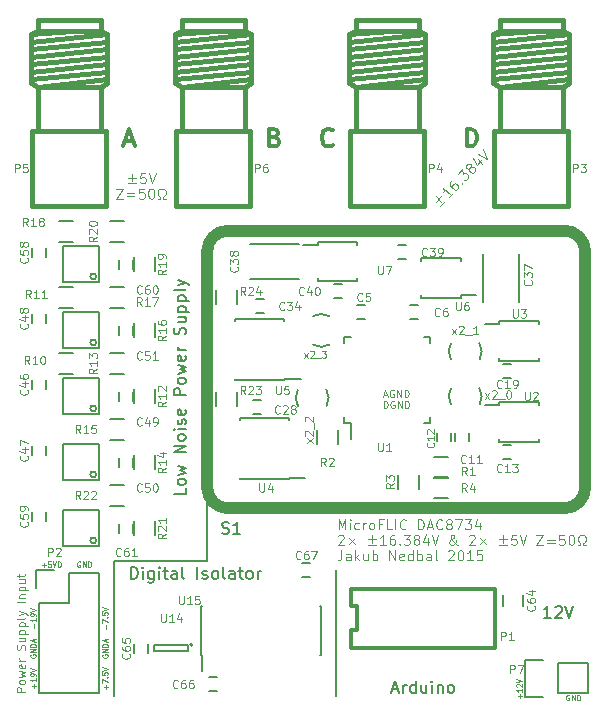
<source format=gto>
G04 #@! TF.FileFunction,Legend,Top*
%FSLAX46Y46*%
G04 Gerber Fmt 4.6, Leading zero omitted, Abs format (unit mm)*
G04 Created by KiCad (PCBNEW 4.0.0-2.201512091501+6195~38~ubuntu14.04.1-stable) date Wed 16 Dec 2015 17:24:57 GMT*
%MOMM*%
G01*
G04 APERTURE LIST*
%ADD10C,0.100000*%
%ADD11C,0.110000*%
%ADD12C,0.150000*%
%ADD13C,0.300000*%
%ADD14C,0.200000*%
%ADD15C,0.125000*%
%ADD16C,1.000000*%
%ADD17C,0.381000*%
%ADD18C,0.152400*%
G04 APERTURE END LIST*
D10*
X147485143Y-149254000D02*
X147442286Y-149232571D01*
X147378000Y-149232571D01*
X147313715Y-149254000D01*
X147270857Y-149296857D01*
X147249429Y-149339714D01*
X147228000Y-149425429D01*
X147228000Y-149489714D01*
X147249429Y-149575429D01*
X147270857Y-149618286D01*
X147313715Y-149661143D01*
X147378000Y-149682571D01*
X147420857Y-149682571D01*
X147485143Y-149661143D01*
X147506572Y-149639714D01*
X147506572Y-149489714D01*
X147420857Y-149489714D01*
X147699429Y-149682571D02*
X147699429Y-149232571D01*
X147956572Y-149682571D01*
X147956572Y-149232571D01*
X148170858Y-149682571D02*
X148170858Y-149232571D01*
X148278001Y-149232571D01*
X148342286Y-149254000D01*
X148385144Y-149296857D01*
X148406572Y-149339714D01*
X148428001Y-149425429D01*
X148428001Y-149489714D01*
X148406572Y-149575429D01*
X148385144Y-149618286D01*
X148342286Y-149661143D01*
X148278001Y-149682571D01*
X148170858Y-149682571D01*
X143288143Y-149509856D02*
X143288143Y-149166999D01*
X143459571Y-149338428D02*
X143116714Y-149338428D01*
X143459571Y-148716999D02*
X143459571Y-148974142D01*
X143459571Y-148845570D02*
X143009571Y-148845570D01*
X143073857Y-148888427D01*
X143116714Y-148931285D01*
X143138143Y-148974142D01*
X143052429Y-148545571D02*
X143031000Y-148524142D01*
X143009571Y-148481285D01*
X143009571Y-148374142D01*
X143031000Y-148331285D01*
X143052429Y-148309856D01*
X143095286Y-148288428D01*
X143138143Y-148288428D01*
X143202429Y-148309856D01*
X143459571Y-148566999D01*
X143459571Y-148288428D01*
X143009571Y-148159857D02*
X143459571Y-148009857D01*
X143009571Y-147859857D01*
X108236143Y-148727999D02*
X108236143Y-148385142D01*
X108407571Y-148556571D02*
X108064714Y-148556571D01*
X107957571Y-148213713D02*
X107957571Y-147913713D01*
X108407571Y-148106570D01*
X108364714Y-147742285D02*
X108386143Y-147720857D01*
X108407571Y-147742285D01*
X108386143Y-147763714D01*
X108364714Y-147742285D01*
X108407571Y-147742285D01*
X107957571Y-147313713D02*
X107957571Y-147527999D01*
X108171857Y-147549428D01*
X108150429Y-147527999D01*
X108129000Y-147485142D01*
X108129000Y-147377999D01*
X108150429Y-147335142D01*
X108171857Y-147313713D01*
X108214714Y-147292285D01*
X108321857Y-147292285D01*
X108364714Y-147313713D01*
X108386143Y-147335142D01*
X108407571Y-147377999D01*
X108407571Y-147485142D01*
X108386143Y-147527999D01*
X108364714Y-147549428D01*
X107957571Y-147163714D02*
X108407571Y-147013714D01*
X107957571Y-146863714D01*
X107979000Y-145823714D02*
X107957571Y-145866571D01*
X107957571Y-145930857D01*
X107979000Y-145995142D01*
X108021857Y-146038000D01*
X108064714Y-146059428D01*
X108150429Y-146080857D01*
X108214714Y-146080857D01*
X108300429Y-146059428D01*
X108343286Y-146038000D01*
X108386143Y-145995142D01*
X108407571Y-145930857D01*
X108407571Y-145888000D01*
X108386143Y-145823714D01*
X108364714Y-145802285D01*
X108214714Y-145802285D01*
X108214714Y-145888000D01*
X108407571Y-145609428D02*
X107957571Y-145609428D01*
X108407571Y-145352285D01*
X107957571Y-145352285D01*
X108407571Y-145137999D02*
X107957571Y-145137999D01*
X107957571Y-145030856D01*
X107979000Y-144966571D01*
X108021857Y-144923713D01*
X108064714Y-144902285D01*
X108150429Y-144880856D01*
X108214714Y-144880856D01*
X108300429Y-144902285D01*
X108343286Y-144923713D01*
X108386143Y-144966571D01*
X108407571Y-145030856D01*
X108407571Y-145137999D01*
X108279000Y-144709428D02*
X108279000Y-144495142D01*
X108407571Y-144752285D02*
X107957571Y-144602285D01*
X108407571Y-144452285D01*
X108236143Y-143647999D02*
X108236143Y-143305142D01*
X107957571Y-143133713D02*
X107957571Y-142833713D01*
X108407571Y-143026570D01*
X108364714Y-142662285D02*
X108386143Y-142640857D01*
X108407571Y-142662285D01*
X108386143Y-142683714D01*
X108364714Y-142662285D01*
X108407571Y-142662285D01*
X107957571Y-142233713D02*
X107957571Y-142447999D01*
X108171857Y-142469428D01*
X108150429Y-142447999D01*
X108129000Y-142405142D01*
X108129000Y-142297999D01*
X108150429Y-142255142D01*
X108171857Y-142233713D01*
X108214714Y-142212285D01*
X108321857Y-142212285D01*
X108364714Y-142233713D01*
X108386143Y-142255142D01*
X108407571Y-142297999D01*
X108407571Y-142405142D01*
X108386143Y-142447999D01*
X108364714Y-142469428D01*
X107957571Y-142083714D02*
X108407571Y-141933714D01*
X107957571Y-141783714D01*
X106083143Y-137951000D02*
X106040286Y-137929571D01*
X105976000Y-137929571D01*
X105911715Y-137951000D01*
X105868857Y-137993857D01*
X105847429Y-138036714D01*
X105826000Y-138122429D01*
X105826000Y-138186714D01*
X105847429Y-138272429D01*
X105868857Y-138315286D01*
X105911715Y-138358143D01*
X105976000Y-138379571D01*
X106018857Y-138379571D01*
X106083143Y-138358143D01*
X106104572Y-138336714D01*
X106104572Y-138186714D01*
X106018857Y-138186714D01*
X106297429Y-138379571D02*
X106297429Y-137929571D01*
X106554572Y-138379571D01*
X106554572Y-137929571D01*
X106768858Y-138379571D02*
X106768858Y-137929571D01*
X106876001Y-137929571D01*
X106940286Y-137951000D01*
X106983144Y-137993857D01*
X107004572Y-138036714D01*
X107026001Y-138122429D01*
X107026001Y-138186714D01*
X107004572Y-138272429D01*
X106983144Y-138315286D01*
X106940286Y-138358143D01*
X106876001Y-138379571D01*
X106768858Y-138379571D01*
X102828429Y-138208143D02*
X103171286Y-138208143D01*
X102999857Y-138379571D02*
X102999857Y-138036714D01*
X103599858Y-137929571D02*
X103385572Y-137929571D01*
X103364143Y-138143857D01*
X103385572Y-138122429D01*
X103428429Y-138101000D01*
X103535572Y-138101000D01*
X103578429Y-138122429D01*
X103599858Y-138143857D01*
X103621286Y-138186714D01*
X103621286Y-138293857D01*
X103599858Y-138336714D01*
X103578429Y-138358143D01*
X103535572Y-138379571D01*
X103428429Y-138379571D01*
X103385572Y-138358143D01*
X103364143Y-138336714D01*
X103749857Y-137929571D02*
X103899857Y-138379571D01*
X104049857Y-137929571D01*
X104199857Y-138379571D02*
X104199857Y-137929571D01*
X104307000Y-137929571D01*
X104371285Y-137951000D01*
X104414143Y-137993857D01*
X104435571Y-138036714D01*
X104457000Y-138122429D01*
X104457000Y-138186714D01*
X104435571Y-138272429D01*
X104414143Y-138315286D01*
X104371285Y-138358143D01*
X104307000Y-138379571D01*
X104199857Y-138379571D01*
X102140143Y-143540856D02*
X102140143Y-143197999D01*
X102311571Y-142747999D02*
X102311571Y-143005142D01*
X102311571Y-142876570D02*
X101861571Y-142876570D01*
X101925857Y-142919427D01*
X101968714Y-142962285D01*
X101990143Y-143005142D01*
X102311571Y-142533714D02*
X102311571Y-142447999D01*
X102290143Y-142405142D01*
X102268714Y-142383714D01*
X102204429Y-142340856D01*
X102118714Y-142319428D01*
X101947286Y-142319428D01*
X101904429Y-142340856D01*
X101883000Y-142362285D01*
X101861571Y-142405142D01*
X101861571Y-142490856D01*
X101883000Y-142533714D01*
X101904429Y-142555142D01*
X101947286Y-142576571D01*
X102054429Y-142576571D01*
X102097286Y-142555142D01*
X102118714Y-142533714D01*
X102140143Y-142490856D01*
X102140143Y-142405142D01*
X102118714Y-142362285D01*
X102097286Y-142340856D01*
X102054429Y-142319428D01*
X101861571Y-142190857D02*
X102311571Y-142040857D01*
X101861571Y-141890857D01*
X101883000Y-145823714D02*
X101861571Y-145866571D01*
X101861571Y-145930857D01*
X101883000Y-145995142D01*
X101925857Y-146038000D01*
X101968714Y-146059428D01*
X102054429Y-146080857D01*
X102118714Y-146080857D01*
X102204429Y-146059428D01*
X102247286Y-146038000D01*
X102290143Y-145995142D01*
X102311571Y-145930857D01*
X102311571Y-145888000D01*
X102290143Y-145823714D01*
X102268714Y-145802285D01*
X102118714Y-145802285D01*
X102118714Y-145888000D01*
X102311571Y-145609428D02*
X101861571Y-145609428D01*
X102311571Y-145352285D01*
X101861571Y-145352285D01*
X102311571Y-145137999D02*
X101861571Y-145137999D01*
X101861571Y-145030856D01*
X101883000Y-144966571D01*
X101925857Y-144923713D01*
X101968714Y-144902285D01*
X102054429Y-144880856D01*
X102118714Y-144880856D01*
X102204429Y-144902285D01*
X102247286Y-144923713D01*
X102290143Y-144966571D01*
X102311571Y-145030856D01*
X102311571Y-145137999D01*
X102183000Y-144709428D02*
X102183000Y-144495142D01*
X102311571Y-144752285D02*
X101861571Y-144602285D01*
X102311571Y-144452285D01*
X102140143Y-148620856D02*
X102140143Y-148277999D01*
X102311571Y-148449428D02*
X101968714Y-148449428D01*
X102311571Y-147827999D02*
X102311571Y-148085142D01*
X102311571Y-147956570D02*
X101861571Y-147956570D01*
X101925857Y-147999427D01*
X101968714Y-148042285D01*
X101990143Y-148085142D01*
X102311571Y-147613714D02*
X102311571Y-147527999D01*
X102290143Y-147485142D01*
X102268714Y-147463714D01*
X102204429Y-147420856D01*
X102118714Y-147399428D01*
X101947286Y-147399428D01*
X101904429Y-147420856D01*
X101883000Y-147442285D01*
X101861571Y-147485142D01*
X101861571Y-147570856D01*
X101883000Y-147613714D01*
X101904429Y-147635142D01*
X101947286Y-147656571D01*
X102054429Y-147656571D01*
X102097286Y-147635142D01*
X102118714Y-147613714D01*
X102140143Y-147570856D01*
X102140143Y-147485142D01*
X102118714Y-147442285D01*
X102097286Y-147420856D01*
X102054429Y-147399428D01*
X101861571Y-147270857D02*
X102311571Y-147120857D01*
X101861571Y-146970857D01*
X131784858Y-123836000D02*
X132070572Y-123836000D01*
X131727715Y-124007429D02*
X131927715Y-123407429D01*
X132127715Y-124007429D01*
X132642001Y-123436000D02*
X132584858Y-123407429D01*
X132499144Y-123407429D01*
X132413429Y-123436000D01*
X132356287Y-123493143D01*
X132327715Y-123550286D01*
X132299144Y-123664571D01*
X132299144Y-123750286D01*
X132327715Y-123864571D01*
X132356287Y-123921714D01*
X132413429Y-123978857D01*
X132499144Y-124007429D01*
X132556287Y-124007429D01*
X132642001Y-123978857D01*
X132670572Y-123950286D01*
X132670572Y-123750286D01*
X132556287Y-123750286D01*
X132927715Y-124007429D02*
X132927715Y-123407429D01*
X133270572Y-124007429D01*
X133270572Y-123407429D01*
X133556286Y-124007429D02*
X133556286Y-123407429D01*
X133699143Y-123407429D01*
X133784858Y-123436000D01*
X133842000Y-123493143D01*
X133870572Y-123550286D01*
X133899143Y-123664571D01*
X133899143Y-123750286D01*
X133870572Y-123864571D01*
X133842000Y-123921714D01*
X133784858Y-123978857D01*
X133699143Y-124007429D01*
X133556286Y-124007429D01*
X131770572Y-124947429D02*
X131770572Y-124347429D01*
X131913429Y-124347429D01*
X131999144Y-124376000D01*
X132056286Y-124433143D01*
X132084858Y-124490286D01*
X132113429Y-124604571D01*
X132113429Y-124690286D01*
X132084858Y-124804571D01*
X132056286Y-124861714D01*
X131999144Y-124918857D01*
X131913429Y-124947429D01*
X131770572Y-124947429D01*
X132684858Y-124376000D02*
X132627715Y-124347429D01*
X132542001Y-124347429D01*
X132456286Y-124376000D01*
X132399144Y-124433143D01*
X132370572Y-124490286D01*
X132342001Y-124604571D01*
X132342001Y-124690286D01*
X132370572Y-124804571D01*
X132399144Y-124861714D01*
X132456286Y-124918857D01*
X132542001Y-124947429D01*
X132599144Y-124947429D01*
X132684858Y-124918857D01*
X132713429Y-124890286D01*
X132713429Y-124690286D01*
X132599144Y-124690286D01*
X132970572Y-124947429D02*
X132970572Y-124347429D01*
X133313429Y-124947429D01*
X133313429Y-124347429D01*
X133599143Y-124947429D02*
X133599143Y-124347429D01*
X133742000Y-124347429D01*
X133827715Y-124376000D01*
X133884857Y-124433143D01*
X133913429Y-124490286D01*
X133942000Y-124604571D01*
X133942000Y-124690286D01*
X133913429Y-124804571D01*
X133884857Y-124861714D01*
X133827715Y-124918857D01*
X133742000Y-124947429D01*
X133599143Y-124947429D01*
D11*
X101408667Y-148984664D02*
X100708667Y-148984664D01*
X100708667Y-148717998D01*
X100742000Y-148651331D01*
X100775333Y-148617998D01*
X100842000Y-148584664D01*
X100942000Y-148584664D01*
X101008667Y-148617998D01*
X101042000Y-148651331D01*
X101075333Y-148717998D01*
X101075333Y-148984664D01*
X101408667Y-148184664D02*
X101375333Y-148251331D01*
X101342000Y-148284664D01*
X101275333Y-148317998D01*
X101075333Y-148317998D01*
X101008667Y-148284664D01*
X100975333Y-148251331D01*
X100942000Y-148184664D01*
X100942000Y-148084664D01*
X100975333Y-148017998D01*
X101008667Y-147984664D01*
X101075333Y-147951331D01*
X101275333Y-147951331D01*
X101342000Y-147984664D01*
X101375333Y-148017998D01*
X101408667Y-148084664D01*
X101408667Y-148184664D01*
X100942000Y-147717998D02*
X101408667Y-147584665D01*
X101075333Y-147451331D01*
X101408667Y-147317998D01*
X100942000Y-147184665D01*
X101375333Y-146651332D02*
X101408667Y-146717998D01*
X101408667Y-146851332D01*
X101375333Y-146917998D01*
X101308667Y-146951332D01*
X101042000Y-146951332D01*
X100975333Y-146917998D01*
X100942000Y-146851332D01*
X100942000Y-146717998D01*
X100975333Y-146651332D01*
X101042000Y-146617998D01*
X101108667Y-146617998D01*
X101175333Y-146951332D01*
X101408667Y-146317998D02*
X100942000Y-146317998D01*
X101075333Y-146317998D02*
X101008667Y-146284665D01*
X100975333Y-146251332D01*
X100942000Y-146184665D01*
X100942000Y-146117998D01*
X101375333Y-145384666D02*
X101408667Y-145284666D01*
X101408667Y-145117999D01*
X101375333Y-145051332D01*
X101342000Y-145017999D01*
X101275333Y-144984666D01*
X101208667Y-144984666D01*
X101142000Y-145017999D01*
X101108667Y-145051332D01*
X101075333Y-145117999D01*
X101042000Y-145251332D01*
X101008667Y-145317999D01*
X100975333Y-145351332D01*
X100908667Y-145384666D01*
X100842000Y-145384666D01*
X100775333Y-145351332D01*
X100742000Y-145317999D01*
X100708667Y-145251332D01*
X100708667Y-145084666D01*
X100742000Y-144984666D01*
X100942000Y-144384665D02*
X101408667Y-144384665D01*
X100942000Y-144684665D02*
X101308667Y-144684665D01*
X101375333Y-144651332D01*
X101408667Y-144584665D01*
X101408667Y-144484665D01*
X101375333Y-144417999D01*
X101342000Y-144384665D01*
X100942000Y-144051332D02*
X101642000Y-144051332D01*
X100975333Y-144051332D02*
X100942000Y-143984666D01*
X100942000Y-143851332D01*
X100975333Y-143784666D01*
X101008667Y-143751332D01*
X101075333Y-143717999D01*
X101275333Y-143717999D01*
X101342000Y-143751332D01*
X101375333Y-143784666D01*
X101408667Y-143851332D01*
X101408667Y-143984666D01*
X101375333Y-144051332D01*
X100942000Y-143417999D02*
X101642000Y-143417999D01*
X100975333Y-143417999D02*
X100942000Y-143351333D01*
X100942000Y-143217999D01*
X100975333Y-143151333D01*
X101008667Y-143117999D01*
X101075333Y-143084666D01*
X101275333Y-143084666D01*
X101342000Y-143117999D01*
X101375333Y-143151333D01*
X101408667Y-143217999D01*
X101408667Y-143351333D01*
X101375333Y-143417999D01*
X101408667Y-142684666D02*
X101375333Y-142751333D01*
X101308667Y-142784666D01*
X100708667Y-142784666D01*
X100942000Y-142484666D02*
X101408667Y-142317999D01*
X100942000Y-142151333D02*
X101408667Y-142317999D01*
X101575333Y-142384666D01*
X101608667Y-142417999D01*
X101642000Y-142484666D01*
X101408667Y-141351333D02*
X100708667Y-141351333D01*
X100942000Y-141018000D02*
X101408667Y-141018000D01*
X101008667Y-141018000D02*
X100975333Y-140984667D01*
X100942000Y-140918000D01*
X100942000Y-140818000D01*
X100975333Y-140751334D01*
X101042000Y-140718000D01*
X101408667Y-140718000D01*
X100942000Y-140384667D02*
X101642000Y-140384667D01*
X100975333Y-140384667D02*
X100942000Y-140318001D01*
X100942000Y-140184667D01*
X100975333Y-140118001D01*
X101008667Y-140084667D01*
X101075333Y-140051334D01*
X101275333Y-140051334D01*
X101342000Y-140084667D01*
X101375333Y-140118001D01*
X101408667Y-140184667D01*
X101408667Y-140318001D01*
X101375333Y-140384667D01*
X100942000Y-139451334D02*
X101408667Y-139451334D01*
X100942000Y-139751334D02*
X101308667Y-139751334D01*
X101375333Y-139718001D01*
X101408667Y-139651334D01*
X101408667Y-139551334D01*
X101375333Y-139484668D01*
X101342000Y-139451334D01*
X100942000Y-139218001D02*
X100942000Y-138951335D01*
X100708667Y-139118001D02*
X101308667Y-139118001D01*
X101375333Y-139084668D01*
X101408667Y-139018001D01*
X101408667Y-138951335D01*
D12*
X145938953Y-142692381D02*
X145367524Y-142692381D01*
X145653238Y-142692381D02*
X145653238Y-141692381D01*
X145558000Y-141835238D01*
X145462762Y-141930476D01*
X145367524Y-141978095D01*
X146319905Y-141787619D02*
X146367524Y-141740000D01*
X146462762Y-141692381D01*
X146700858Y-141692381D01*
X146796096Y-141740000D01*
X146843715Y-141787619D01*
X146891334Y-141882857D01*
X146891334Y-141978095D01*
X146843715Y-142120952D01*
X146272286Y-142692381D01*
X146891334Y-142692381D01*
X147177048Y-141692381D02*
X147510381Y-142692381D01*
X147843715Y-141692381D01*
D10*
X110159143Y-105425810D02*
X110806762Y-105425810D01*
X110482952Y-105749619D02*
X110482952Y-105102000D01*
X110806762Y-105911524D02*
X110159143Y-105911524D01*
X111616286Y-105061524D02*
X111211524Y-105061524D01*
X111171048Y-105466286D01*
X111211524Y-105425810D01*
X111292476Y-105385333D01*
X111494857Y-105385333D01*
X111575810Y-105425810D01*
X111616286Y-105466286D01*
X111656762Y-105547238D01*
X111656762Y-105749619D01*
X111616286Y-105830571D01*
X111575810Y-105871048D01*
X111494857Y-105911524D01*
X111292476Y-105911524D01*
X111211524Y-105871048D01*
X111171048Y-105830571D01*
X111899619Y-105061524D02*
X112182953Y-105911524D01*
X112466286Y-105061524D01*
X109147238Y-106351524D02*
X109713904Y-106351524D01*
X109147238Y-107201524D01*
X109713904Y-107201524D01*
X110037714Y-106756286D02*
X110685333Y-106756286D01*
X110685333Y-106999143D02*
X110037714Y-106999143D01*
X111494857Y-106351524D02*
X111090095Y-106351524D01*
X111049619Y-106756286D01*
X111090095Y-106715810D01*
X111171047Y-106675333D01*
X111373428Y-106675333D01*
X111454381Y-106715810D01*
X111494857Y-106756286D01*
X111535333Y-106837238D01*
X111535333Y-107039619D01*
X111494857Y-107120571D01*
X111454381Y-107161048D01*
X111373428Y-107201524D01*
X111171047Y-107201524D01*
X111090095Y-107161048D01*
X111049619Y-107120571D01*
X112061524Y-106351524D02*
X112142476Y-106351524D01*
X112223428Y-106392000D01*
X112263905Y-106432476D01*
X112304381Y-106513429D01*
X112344857Y-106675333D01*
X112344857Y-106877714D01*
X112304381Y-107039619D01*
X112263905Y-107120571D01*
X112223428Y-107161048D01*
X112142476Y-107201524D01*
X112061524Y-107201524D01*
X111980571Y-107161048D01*
X111940095Y-107120571D01*
X111899619Y-107039619D01*
X111859143Y-106877714D01*
X111859143Y-106675333D01*
X111899619Y-106513429D01*
X111940095Y-106432476D01*
X111980571Y-106392000D01*
X112061524Y-106351524D01*
X112668667Y-107201524D02*
X112871048Y-107201524D01*
X112871048Y-107039619D01*
X112790095Y-106999143D01*
X112709143Y-106918190D01*
X112668667Y-106796762D01*
X112668667Y-106594381D01*
X112709143Y-106472952D01*
X112790095Y-106392000D01*
X112911524Y-106351524D01*
X113073429Y-106351524D01*
X113194857Y-106392000D01*
X113275810Y-106472952D01*
X113316286Y-106594381D01*
X113316286Y-106796762D01*
X113275810Y-106918190D01*
X113194857Y-106999143D01*
X113113905Y-107039619D01*
X113113905Y-107201524D01*
X113316286Y-107201524D01*
X136215553Y-107481343D02*
X136673489Y-107023407D01*
X136673488Y-107481343D02*
X136215552Y-107023407D01*
X137016940Y-107366859D02*
X136559005Y-107824795D01*
X137617981Y-106765818D02*
X137274529Y-107109270D01*
X137446255Y-106937544D02*
X136845214Y-106336503D01*
X136873835Y-106479607D01*
X136873835Y-106594092D01*
X136845214Y-106679955D01*
X137532118Y-105649599D02*
X137417634Y-105764083D01*
X137389014Y-105849946D01*
X137389013Y-105907188D01*
X137417634Y-106050293D01*
X137503498Y-106193398D01*
X137732465Y-106422366D01*
X137818328Y-106450986D01*
X137875570Y-106450987D01*
X137961433Y-106422366D01*
X138075917Y-106307882D01*
X138104538Y-106222019D01*
X138104538Y-106164777D01*
X138075917Y-106078914D01*
X137932812Y-105935809D01*
X137846949Y-105907188D01*
X137789708Y-105907188D01*
X137703844Y-105935809D01*
X137589360Y-106050292D01*
X137560739Y-106136156D01*
X137560739Y-106193398D01*
X137589360Y-106279261D01*
X138390748Y-105878567D02*
X138447990Y-105878567D01*
X138447990Y-105935809D01*
X138390748Y-105935809D01*
X138390748Y-105878567D01*
X138447990Y-105935809D01*
X138075918Y-105105800D02*
X138447990Y-104733727D01*
X138476611Y-105163042D01*
X138562473Y-105077179D01*
X138648337Y-105048558D01*
X138705579Y-105048558D01*
X138791442Y-105077179D01*
X138934547Y-105220284D01*
X138963168Y-105306147D01*
X138963168Y-105363389D01*
X138934547Y-105449252D01*
X138762821Y-105620978D01*
X138676958Y-105649599D01*
X138619716Y-105649598D01*
X139049032Y-104647864D02*
X138963168Y-104676485D01*
X138905926Y-104676485D01*
X138820063Y-104647864D01*
X138791442Y-104619243D01*
X138762821Y-104533380D01*
X138762821Y-104476138D01*
X138791442Y-104390275D01*
X138905926Y-104275792D01*
X138991789Y-104247170D01*
X139049031Y-104247170D01*
X139134894Y-104275792D01*
X139163515Y-104304413D01*
X139192136Y-104390275D01*
X139192136Y-104447517D01*
X139163515Y-104533381D01*
X139049032Y-104647864D01*
X139020410Y-104733727D01*
X139020410Y-104790969D01*
X139049031Y-104876832D01*
X139163515Y-104991316D01*
X139249378Y-105019937D01*
X139306620Y-105019937D01*
X139392483Y-104991316D01*
X139506967Y-104876832D01*
X139535588Y-104790969D01*
X139535587Y-104733727D01*
X139506967Y-104647864D01*
X139392482Y-104533380D01*
X139306620Y-104504759D01*
X139249378Y-104504759D01*
X139163515Y-104533381D01*
X139735935Y-103846476D02*
X140136629Y-104247170D01*
X139363862Y-103760613D02*
X139650072Y-104333033D01*
X140022144Y-103960960D01*
X139764556Y-103417162D02*
X140565944Y-103817855D01*
X140165250Y-103016468D01*
D13*
X138799143Y-102786571D02*
X138799143Y-101286571D01*
X139156286Y-101286571D01*
X139370571Y-101358000D01*
X139513429Y-101500857D01*
X139584857Y-101643714D01*
X139656286Y-101929429D01*
X139656286Y-102143714D01*
X139584857Y-102429429D01*
X139513429Y-102572286D01*
X139370571Y-102715143D01*
X139156286Y-102786571D01*
X138799143Y-102786571D01*
X127464286Y-102643714D02*
X127392857Y-102715143D01*
X127178571Y-102786571D01*
X127035714Y-102786571D01*
X126821429Y-102715143D01*
X126678571Y-102572286D01*
X126607143Y-102429429D01*
X126535714Y-102143714D01*
X126535714Y-101929429D01*
X126607143Y-101643714D01*
X126678571Y-101500857D01*
X126821429Y-101358000D01*
X127035714Y-101286571D01*
X127178571Y-101286571D01*
X127392857Y-101358000D01*
X127464286Y-101429429D01*
X122535143Y-102000857D02*
X122749429Y-102072286D01*
X122820857Y-102143714D01*
X122892286Y-102286571D01*
X122892286Y-102500857D01*
X122820857Y-102643714D01*
X122749429Y-102715143D01*
X122606571Y-102786571D01*
X122035143Y-102786571D01*
X122035143Y-101286571D01*
X122535143Y-101286571D01*
X122678000Y-101358000D01*
X122749429Y-101429429D01*
X122820857Y-101572286D01*
X122820857Y-101715143D01*
X122749429Y-101858000D01*
X122678000Y-101929429D01*
X122535143Y-102000857D01*
X122035143Y-102000857D01*
X109878857Y-102358000D02*
X110593143Y-102358000D01*
X109736000Y-102786571D02*
X110236000Y-101286571D01*
X110736000Y-102786571D01*
D12*
X115006381Y-131737620D02*
X115006381Y-132213811D01*
X114006381Y-132213811D01*
X115006381Y-131261430D02*
X114958762Y-131356668D01*
X114911143Y-131404287D01*
X114815905Y-131451906D01*
X114530190Y-131451906D01*
X114434952Y-131404287D01*
X114387333Y-131356668D01*
X114339714Y-131261430D01*
X114339714Y-131118572D01*
X114387333Y-131023334D01*
X114434952Y-130975715D01*
X114530190Y-130928096D01*
X114815905Y-130928096D01*
X114911143Y-130975715D01*
X114958762Y-131023334D01*
X115006381Y-131118572D01*
X115006381Y-131261430D01*
X114339714Y-130594763D02*
X115006381Y-130404287D01*
X114530190Y-130213810D01*
X115006381Y-130023334D01*
X114339714Y-129832858D01*
X115006381Y-128690001D02*
X114006381Y-128690001D01*
X115006381Y-128118572D01*
X114006381Y-128118572D01*
X115006381Y-127499525D02*
X114958762Y-127594763D01*
X114911143Y-127642382D01*
X114815905Y-127690001D01*
X114530190Y-127690001D01*
X114434952Y-127642382D01*
X114387333Y-127594763D01*
X114339714Y-127499525D01*
X114339714Y-127356667D01*
X114387333Y-127261429D01*
X114434952Y-127213810D01*
X114530190Y-127166191D01*
X114815905Y-127166191D01*
X114911143Y-127213810D01*
X114958762Y-127261429D01*
X115006381Y-127356667D01*
X115006381Y-127499525D01*
X115006381Y-126737620D02*
X114339714Y-126737620D01*
X114006381Y-126737620D02*
X114054000Y-126785239D01*
X114101619Y-126737620D01*
X114054000Y-126690001D01*
X114006381Y-126737620D01*
X114101619Y-126737620D01*
X114958762Y-126309049D02*
X115006381Y-126213811D01*
X115006381Y-126023335D01*
X114958762Y-125928096D01*
X114863524Y-125880477D01*
X114815905Y-125880477D01*
X114720667Y-125928096D01*
X114673048Y-126023335D01*
X114673048Y-126166192D01*
X114625429Y-126261430D01*
X114530190Y-126309049D01*
X114482571Y-126309049D01*
X114387333Y-126261430D01*
X114339714Y-126166192D01*
X114339714Y-126023335D01*
X114387333Y-125928096D01*
X114958762Y-125070953D02*
X115006381Y-125166191D01*
X115006381Y-125356668D01*
X114958762Y-125451906D01*
X114863524Y-125499525D01*
X114482571Y-125499525D01*
X114387333Y-125451906D01*
X114339714Y-125356668D01*
X114339714Y-125166191D01*
X114387333Y-125070953D01*
X114482571Y-125023334D01*
X114577810Y-125023334D01*
X114673048Y-125499525D01*
X115006381Y-123832858D02*
X114006381Y-123832858D01*
X114006381Y-123451905D01*
X114054000Y-123356667D01*
X114101619Y-123309048D01*
X114196857Y-123261429D01*
X114339714Y-123261429D01*
X114434952Y-123309048D01*
X114482571Y-123356667D01*
X114530190Y-123451905D01*
X114530190Y-123832858D01*
X115006381Y-122690001D02*
X114958762Y-122785239D01*
X114911143Y-122832858D01*
X114815905Y-122880477D01*
X114530190Y-122880477D01*
X114434952Y-122832858D01*
X114387333Y-122785239D01*
X114339714Y-122690001D01*
X114339714Y-122547143D01*
X114387333Y-122451905D01*
X114434952Y-122404286D01*
X114530190Y-122356667D01*
X114815905Y-122356667D01*
X114911143Y-122404286D01*
X114958762Y-122451905D01*
X115006381Y-122547143D01*
X115006381Y-122690001D01*
X114339714Y-122023334D02*
X115006381Y-121832858D01*
X114530190Y-121642381D01*
X115006381Y-121451905D01*
X114339714Y-121261429D01*
X114958762Y-120499524D02*
X115006381Y-120594762D01*
X115006381Y-120785239D01*
X114958762Y-120880477D01*
X114863524Y-120928096D01*
X114482571Y-120928096D01*
X114387333Y-120880477D01*
X114339714Y-120785239D01*
X114339714Y-120594762D01*
X114387333Y-120499524D01*
X114482571Y-120451905D01*
X114577810Y-120451905D01*
X114673048Y-120928096D01*
X115006381Y-120023334D02*
X114339714Y-120023334D01*
X114530190Y-120023334D02*
X114434952Y-119975715D01*
X114387333Y-119928096D01*
X114339714Y-119832858D01*
X114339714Y-119737619D01*
X114958762Y-118690000D02*
X115006381Y-118547143D01*
X115006381Y-118309047D01*
X114958762Y-118213809D01*
X114911143Y-118166190D01*
X114815905Y-118118571D01*
X114720667Y-118118571D01*
X114625429Y-118166190D01*
X114577810Y-118213809D01*
X114530190Y-118309047D01*
X114482571Y-118499524D01*
X114434952Y-118594762D01*
X114387333Y-118642381D01*
X114292095Y-118690000D01*
X114196857Y-118690000D01*
X114101619Y-118642381D01*
X114054000Y-118594762D01*
X114006381Y-118499524D01*
X114006381Y-118261428D01*
X114054000Y-118118571D01*
X114339714Y-117261428D02*
X115006381Y-117261428D01*
X114339714Y-117690000D02*
X114863524Y-117690000D01*
X114958762Y-117642381D01*
X115006381Y-117547143D01*
X115006381Y-117404285D01*
X114958762Y-117309047D01*
X114911143Y-117261428D01*
X114339714Y-116785238D02*
X115339714Y-116785238D01*
X114387333Y-116785238D02*
X114339714Y-116690000D01*
X114339714Y-116499523D01*
X114387333Y-116404285D01*
X114434952Y-116356666D01*
X114530190Y-116309047D01*
X114815905Y-116309047D01*
X114911143Y-116356666D01*
X114958762Y-116404285D01*
X115006381Y-116499523D01*
X115006381Y-116690000D01*
X114958762Y-116785238D01*
X114339714Y-115880476D02*
X115339714Y-115880476D01*
X114387333Y-115880476D02*
X114339714Y-115785238D01*
X114339714Y-115594761D01*
X114387333Y-115499523D01*
X114434952Y-115451904D01*
X114530190Y-115404285D01*
X114815905Y-115404285D01*
X114911143Y-115451904D01*
X114958762Y-115499523D01*
X115006381Y-115594761D01*
X115006381Y-115785238D01*
X114958762Y-115880476D01*
X115006381Y-114832857D02*
X114958762Y-114928095D01*
X114863524Y-114975714D01*
X114006381Y-114975714D01*
X114339714Y-114547142D02*
X115006381Y-114309047D01*
X114339714Y-114070951D02*
X115006381Y-114309047D01*
X115244476Y-114404285D01*
X115292095Y-114451904D01*
X115339714Y-114547142D01*
D14*
X127762000Y-149352000D02*
X127762000Y-138684000D01*
D15*
X127964381Y-135213524D02*
X127964381Y-134363524D01*
X128247714Y-134970667D01*
X128531048Y-134363524D01*
X128531048Y-135213524D01*
X128935810Y-135213524D02*
X128935810Y-134646857D01*
X128935810Y-134363524D02*
X128895334Y-134404000D01*
X128935810Y-134444476D01*
X128976286Y-134404000D01*
X128935810Y-134363524D01*
X128935810Y-134444476D01*
X129704858Y-135173048D02*
X129623905Y-135213524D01*
X129462001Y-135213524D01*
X129381048Y-135173048D01*
X129340572Y-135132571D01*
X129300096Y-135051619D01*
X129300096Y-134808762D01*
X129340572Y-134727810D01*
X129381048Y-134687333D01*
X129462001Y-134646857D01*
X129623905Y-134646857D01*
X129704858Y-134687333D01*
X130069143Y-135213524D02*
X130069143Y-134646857D01*
X130069143Y-134808762D02*
X130109619Y-134727810D01*
X130150095Y-134687333D01*
X130231048Y-134646857D01*
X130312000Y-134646857D01*
X130716762Y-135213524D02*
X130635809Y-135173048D01*
X130595333Y-135132571D01*
X130554857Y-135051619D01*
X130554857Y-134808762D01*
X130595333Y-134727810D01*
X130635809Y-134687333D01*
X130716762Y-134646857D01*
X130838190Y-134646857D01*
X130919142Y-134687333D01*
X130959619Y-134727810D01*
X131000095Y-134808762D01*
X131000095Y-135051619D01*
X130959619Y-135132571D01*
X130919142Y-135173048D01*
X130838190Y-135213524D01*
X130716762Y-135213524D01*
X131647714Y-134768286D02*
X131364381Y-134768286D01*
X131364381Y-135213524D02*
X131364381Y-134363524D01*
X131769143Y-134363524D01*
X132497714Y-135213524D02*
X132092952Y-135213524D01*
X132092952Y-134363524D01*
X132781047Y-135213524D02*
X132781047Y-134363524D01*
X133671523Y-135132571D02*
X133631047Y-135173048D01*
X133509618Y-135213524D01*
X133428666Y-135213524D01*
X133307238Y-135173048D01*
X133226285Y-135092095D01*
X133185809Y-135011143D01*
X133145333Y-134849238D01*
X133145333Y-134727810D01*
X133185809Y-134565905D01*
X133226285Y-134484952D01*
X133307238Y-134404000D01*
X133428666Y-134363524D01*
X133509618Y-134363524D01*
X133631047Y-134404000D01*
X133671523Y-134444476D01*
X134683428Y-135213524D02*
X134683428Y-134363524D01*
X134885809Y-134363524D01*
X135007237Y-134404000D01*
X135088190Y-134484952D01*
X135128666Y-134565905D01*
X135169142Y-134727810D01*
X135169142Y-134849238D01*
X135128666Y-135011143D01*
X135088190Y-135092095D01*
X135007237Y-135173048D01*
X134885809Y-135213524D01*
X134683428Y-135213524D01*
X135492952Y-134970667D02*
X135897714Y-134970667D01*
X135411999Y-135213524D02*
X135695333Y-134363524D01*
X135978666Y-135213524D01*
X136747713Y-135132571D02*
X136707237Y-135173048D01*
X136585808Y-135213524D01*
X136504856Y-135213524D01*
X136383428Y-135173048D01*
X136302475Y-135092095D01*
X136261999Y-135011143D01*
X136221523Y-134849238D01*
X136221523Y-134727810D01*
X136261999Y-134565905D01*
X136302475Y-134484952D01*
X136383428Y-134404000D01*
X136504856Y-134363524D01*
X136585808Y-134363524D01*
X136707237Y-134404000D01*
X136747713Y-134444476D01*
X137233428Y-134727810D02*
X137152475Y-134687333D01*
X137111999Y-134646857D01*
X137071523Y-134565905D01*
X137071523Y-134525429D01*
X137111999Y-134444476D01*
X137152475Y-134404000D01*
X137233428Y-134363524D01*
X137395332Y-134363524D01*
X137476285Y-134404000D01*
X137516761Y-134444476D01*
X137557237Y-134525429D01*
X137557237Y-134565905D01*
X137516761Y-134646857D01*
X137476285Y-134687333D01*
X137395332Y-134727810D01*
X137233428Y-134727810D01*
X137152475Y-134768286D01*
X137111999Y-134808762D01*
X137071523Y-134889714D01*
X137071523Y-135051619D01*
X137111999Y-135132571D01*
X137152475Y-135173048D01*
X137233428Y-135213524D01*
X137395332Y-135213524D01*
X137476285Y-135173048D01*
X137516761Y-135132571D01*
X137557237Y-135051619D01*
X137557237Y-134889714D01*
X137516761Y-134808762D01*
X137476285Y-134768286D01*
X137395332Y-134727810D01*
X137840571Y-134363524D02*
X138407237Y-134363524D01*
X138042952Y-135213524D01*
X138650095Y-134363524D02*
X139176285Y-134363524D01*
X138892952Y-134687333D01*
X139014380Y-134687333D01*
X139095333Y-134727810D01*
X139135809Y-134768286D01*
X139176285Y-134849238D01*
X139176285Y-135051619D01*
X139135809Y-135132571D01*
X139095333Y-135173048D01*
X139014380Y-135213524D01*
X138771523Y-135213524D01*
X138690571Y-135173048D01*
X138650095Y-135132571D01*
X139904857Y-134646857D02*
X139904857Y-135213524D01*
X139702476Y-134323048D02*
X139500095Y-134930190D01*
X140026285Y-134930190D01*
X127923905Y-135759476D02*
X127964381Y-135719000D01*
X128045333Y-135678524D01*
X128247714Y-135678524D01*
X128328667Y-135719000D01*
X128369143Y-135759476D01*
X128409619Y-135840429D01*
X128409619Y-135921381D01*
X128369143Y-136042810D01*
X127883429Y-136528524D01*
X128409619Y-136528524D01*
X128854857Y-135961857D02*
X129340572Y-136447571D01*
X129340572Y-135961857D02*
X128854857Y-136447571D01*
X130473905Y-136042810D02*
X131121524Y-136042810D01*
X130797714Y-136366619D02*
X130797714Y-135719000D01*
X131121524Y-136528524D02*
X130473905Y-136528524D01*
X131971524Y-136528524D02*
X131485810Y-136528524D01*
X131728667Y-136528524D02*
X131728667Y-135678524D01*
X131647715Y-135799952D01*
X131566762Y-135880905D01*
X131485810Y-135921381D01*
X132700096Y-135678524D02*
X132538191Y-135678524D01*
X132457239Y-135719000D01*
X132416762Y-135759476D01*
X132335810Y-135880905D01*
X132295334Y-136042810D01*
X132295334Y-136366619D01*
X132335810Y-136447571D01*
X132376286Y-136488048D01*
X132457239Y-136528524D01*
X132619143Y-136528524D01*
X132700096Y-136488048D01*
X132740572Y-136447571D01*
X132781048Y-136366619D01*
X132781048Y-136164238D01*
X132740572Y-136083286D01*
X132700096Y-136042810D01*
X132619143Y-136002333D01*
X132457239Y-136002333D01*
X132376286Y-136042810D01*
X132335810Y-136083286D01*
X132295334Y-136164238D01*
X133145334Y-136447571D02*
X133185810Y-136488048D01*
X133145334Y-136528524D01*
X133104858Y-136488048D01*
X133145334Y-136447571D01*
X133145334Y-136528524D01*
X133469144Y-135678524D02*
X133995334Y-135678524D01*
X133712001Y-136002333D01*
X133833429Y-136002333D01*
X133914382Y-136042810D01*
X133954858Y-136083286D01*
X133995334Y-136164238D01*
X133995334Y-136366619D01*
X133954858Y-136447571D01*
X133914382Y-136488048D01*
X133833429Y-136528524D01*
X133590572Y-136528524D01*
X133509620Y-136488048D01*
X133469144Y-136447571D01*
X134481049Y-136042810D02*
X134400096Y-136002333D01*
X134359620Y-135961857D01*
X134319144Y-135880905D01*
X134319144Y-135840429D01*
X134359620Y-135759476D01*
X134400096Y-135719000D01*
X134481049Y-135678524D01*
X134642953Y-135678524D01*
X134723906Y-135719000D01*
X134764382Y-135759476D01*
X134804858Y-135840429D01*
X134804858Y-135880905D01*
X134764382Y-135961857D01*
X134723906Y-136002333D01*
X134642953Y-136042810D01*
X134481049Y-136042810D01*
X134400096Y-136083286D01*
X134359620Y-136123762D01*
X134319144Y-136204714D01*
X134319144Y-136366619D01*
X134359620Y-136447571D01*
X134400096Y-136488048D01*
X134481049Y-136528524D01*
X134642953Y-136528524D01*
X134723906Y-136488048D01*
X134764382Y-136447571D01*
X134804858Y-136366619D01*
X134804858Y-136204714D01*
X134764382Y-136123762D01*
X134723906Y-136083286D01*
X134642953Y-136042810D01*
X135533430Y-135961857D02*
X135533430Y-136528524D01*
X135331049Y-135638048D02*
X135128668Y-136245190D01*
X135654858Y-136245190D01*
X135857239Y-135678524D02*
X136140573Y-136528524D01*
X136423906Y-135678524D01*
X138042953Y-136528524D02*
X138002477Y-136528524D01*
X137921525Y-136488048D01*
X137800096Y-136366619D01*
X137597715Y-136123762D01*
X137516763Y-136002333D01*
X137476287Y-135880905D01*
X137476287Y-135799952D01*
X137516763Y-135719000D01*
X137597715Y-135678524D01*
X137638191Y-135678524D01*
X137719144Y-135719000D01*
X137759620Y-135799952D01*
X137759620Y-135840429D01*
X137719144Y-135921381D01*
X137678667Y-135961857D01*
X137435810Y-136123762D01*
X137395334Y-136164238D01*
X137354858Y-136245190D01*
X137354858Y-136366619D01*
X137395334Y-136447571D01*
X137435810Y-136488048D01*
X137516763Y-136528524D01*
X137638191Y-136528524D01*
X137719144Y-136488048D01*
X137759620Y-136447571D01*
X137881048Y-136285667D01*
X137921525Y-136164238D01*
X137921525Y-136083286D01*
X139014382Y-135759476D02*
X139054858Y-135719000D01*
X139135810Y-135678524D01*
X139338191Y-135678524D01*
X139419144Y-135719000D01*
X139459620Y-135759476D01*
X139500096Y-135840429D01*
X139500096Y-135921381D01*
X139459620Y-136042810D01*
X138973906Y-136528524D01*
X139500096Y-136528524D01*
X139945334Y-135961857D02*
X140431049Y-136447571D01*
X140431049Y-135961857D02*
X139945334Y-136447571D01*
X141564382Y-136042810D02*
X142212001Y-136042810D01*
X141888191Y-136366619D02*
X141888191Y-135719000D01*
X142212001Y-136528524D02*
X141564382Y-136528524D01*
X143021525Y-135678524D02*
X142616763Y-135678524D01*
X142576287Y-136083286D01*
X142616763Y-136042810D01*
X142697715Y-136002333D01*
X142900096Y-136002333D01*
X142981049Y-136042810D01*
X143021525Y-136083286D01*
X143062001Y-136164238D01*
X143062001Y-136366619D01*
X143021525Y-136447571D01*
X142981049Y-136488048D01*
X142900096Y-136528524D01*
X142697715Y-136528524D01*
X142616763Y-136488048D01*
X142576287Y-136447571D01*
X143304858Y-135678524D02*
X143588192Y-136528524D01*
X143871525Y-135678524D01*
X144721525Y-135678524D02*
X145288191Y-135678524D01*
X144721525Y-136528524D01*
X145288191Y-136528524D01*
X145612001Y-136083286D02*
X146259620Y-136083286D01*
X146259620Y-136326143D02*
X145612001Y-136326143D01*
X147069144Y-135678524D02*
X146664382Y-135678524D01*
X146623906Y-136083286D01*
X146664382Y-136042810D01*
X146745334Y-136002333D01*
X146947715Y-136002333D01*
X147028668Y-136042810D01*
X147069144Y-136083286D01*
X147109620Y-136164238D01*
X147109620Y-136366619D01*
X147069144Y-136447571D01*
X147028668Y-136488048D01*
X146947715Y-136528524D01*
X146745334Y-136528524D01*
X146664382Y-136488048D01*
X146623906Y-136447571D01*
X147635811Y-135678524D02*
X147716763Y-135678524D01*
X147797715Y-135719000D01*
X147838192Y-135759476D01*
X147878668Y-135840429D01*
X147919144Y-136002333D01*
X147919144Y-136204714D01*
X147878668Y-136366619D01*
X147838192Y-136447571D01*
X147797715Y-136488048D01*
X147716763Y-136528524D01*
X147635811Y-136528524D01*
X147554858Y-136488048D01*
X147514382Y-136447571D01*
X147473906Y-136366619D01*
X147433430Y-136204714D01*
X147433430Y-136002333D01*
X147473906Y-135840429D01*
X147514382Y-135759476D01*
X147554858Y-135719000D01*
X147635811Y-135678524D01*
X148242954Y-136528524D02*
X148445335Y-136528524D01*
X148445335Y-136366619D01*
X148364382Y-136326143D01*
X148283430Y-136245190D01*
X148242954Y-136123762D01*
X148242954Y-135921381D01*
X148283430Y-135799952D01*
X148364382Y-135719000D01*
X148485811Y-135678524D01*
X148647716Y-135678524D01*
X148769144Y-135719000D01*
X148850097Y-135799952D01*
X148890573Y-135921381D01*
X148890573Y-136123762D01*
X148850097Y-136245190D01*
X148769144Y-136326143D01*
X148688192Y-136366619D01*
X148688192Y-136528524D01*
X148890573Y-136528524D01*
X128207238Y-136993524D02*
X128207238Y-137600667D01*
X128166762Y-137722095D01*
X128085810Y-137803048D01*
X127964381Y-137843524D01*
X127883429Y-137843524D01*
X128976286Y-137843524D02*
X128976286Y-137398286D01*
X128935809Y-137317333D01*
X128854857Y-137276857D01*
X128692952Y-137276857D01*
X128612000Y-137317333D01*
X128976286Y-137803048D02*
X128895333Y-137843524D01*
X128692952Y-137843524D01*
X128612000Y-137803048D01*
X128571524Y-137722095D01*
X128571524Y-137641143D01*
X128612000Y-137560190D01*
X128692952Y-137519714D01*
X128895333Y-137519714D01*
X128976286Y-137479238D01*
X129381048Y-137843524D02*
X129381048Y-136993524D01*
X129462000Y-137519714D02*
X129704857Y-137843524D01*
X129704857Y-137276857D02*
X129381048Y-137600667D01*
X130433429Y-137276857D02*
X130433429Y-137843524D01*
X130069143Y-137276857D02*
X130069143Y-137722095D01*
X130109619Y-137803048D01*
X130190572Y-137843524D01*
X130312000Y-137843524D01*
X130392952Y-137803048D01*
X130433429Y-137762571D01*
X130838191Y-137843524D02*
X130838191Y-136993524D01*
X130838191Y-137317333D02*
X130919143Y-137276857D01*
X131081048Y-137276857D01*
X131162000Y-137317333D01*
X131202477Y-137357810D01*
X131242953Y-137438762D01*
X131242953Y-137681619D01*
X131202477Y-137762571D01*
X131162000Y-137803048D01*
X131081048Y-137843524D01*
X130919143Y-137843524D01*
X130838191Y-137803048D01*
X132254858Y-137843524D02*
X132254858Y-136993524D01*
X132740572Y-137843524D01*
X132740572Y-136993524D01*
X133469143Y-137803048D02*
X133388191Y-137843524D01*
X133226286Y-137843524D01*
X133145334Y-137803048D01*
X133104858Y-137722095D01*
X133104858Y-137398286D01*
X133145334Y-137317333D01*
X133226286Y-137276857D01*
X133388191Y-137276857D01*
X133469143Y-137317333D01*
X133509620Y-137398286D01*
X133509620Y-137479238D01*
X133104858Y-137560190D01*
X134238191Y-137843524D02*
X134238191Y-136993524D01*
X134238191Y-137803048D02*
X134157238Y-137843524D01*
X133995334Y-137843524D01*
X133914381Y-137803048D01*
X133873905Y-137762571D01*
X133833429Y-137681619D01*
X133833429Y-137438762D01*
X133873905Y-137357810D01*
X133914381Y-137317333D01*
X133995334Y-137276857D01*
X134157238Y-137276857D01*
X134238191Y-137317333D01*
X134642953Y-137843524D02*
X134642953Y-136993524D01*
X134642953Y-137317333D02*
X134723905Y-137276857D01*
X134885810Y-137276857D01*
X134966762Y-137317333D01*
X135007239Y-137357810D01*
X135047715Y-137438762D01*
X135047715Y-137681619D01*
X135007239Y-137762571D01*
X134966762Y-137803048D01*
X134885810Y-137843524D01*
X134723905Y-137843524D01*
X134642953Y-137803048D01*
X135776287Y-137843524D02*
X135776287Y-137398286D01*
X135735810Y-137317333D01*
X135654858Y-137276857D01*
X135492953Y-137276857D01*
X135412001Y-137317333D01*
X135776287Y-137803048D02*
X135695334Y-137843524D01*
X135492953Y-137843524D01*
X135412001Y-137803048D01*
X135371525Y-137722095D01*
X135371525Y-137641143D01*
X135412001Y-137560190D01*
X135492953Y-137519714D01*
X135695334Y-137519714D01*
X135776287Y-137479238D01*
X136302478Y-137843524D02*
X136221525Y-137803048D01*
X136181049Y-137722095D01*
X136181049Y-136993524D01*
X137233430Y-137074476D02*
X137273906Y-137034000D01*
X137354858Y-136993524D01*
X137557239Y-136993524D01*
X137638192Y-137034000D01*
X137678668Y-137074476D01*
X137719144Y-137155429D01*
X137719144Y-137236381D01*
X137678668Y-137357810D01*
X137192954Y-137843524D01*
X137719144Y-137843524D01*
X138245335Y-136993524D02*
X138326287Y-136993524D01*
X138407239Y-137034000D01*
X138447716Y-137074476D01*
X138488192Y-137155429D01*
X138528668Y-137317333D01*
X138528668Y-137519714D01*
X138488192Y-137681619D01*
X138447716Y-137762571D01*
X138407239Y-137803048D01*
X138326287Y-137843524D01*
X138245335Y-137843524D01*
X138164382Y-137803048D01*
X138123906Y-137762571D01*
X138083430Y-137681619D01*
X138042954Y-137519714D01*
X138042954Y-137317333D01*
X138083430Y-137155429D01*
X138123906Y-137074476D01*
X138164382Y-137034000D01*
X138245335Y-136993524D01*
X139338192Y-137843524D02*
X138852478Y-137843524D01*
X139095335Y-137843524D02*
X139095335Y-136993524D01*
X139014383Y-137114952D01*
X138933430Y-137195905D01*
X138852478Y-137236381D01*
X140107240Y-136993524D02*
X139702478Y-136993524D01*
X139662002Y-137398286D01*
X139702478Y-137357810D01*
X139783430Y-137317333D01*
X139985811Y-137317333D01*
X140066764Y-137357810D01*
X140107240Y-137398286D01*
X140147716Y-137479238D01*
X140147716Y-137681619D01*
X140107240Y-137762571D01*
X140066764Y-137803048D01*
X139985811Y-137843524D01*
X139783430Y-137843524D01*
X139702478Y-137803048D01*
X139662002Y-137762571D01*
D12*
X132532762Y-148756667D02*
X133008953Y-148756667D01*
X132437524Y-149042381D02*
X132770857Y-148042381D01*
X133104191Y-149042381D01*
X133437524Y-149042381D02*
X133437524Y-148375714D01*
X133437524Y-148566190D02*
X133485143Y-148470952D01*
X133532762Y-148423333D01*
X133628000Y-148375714D01*
X133723239Y-148375714D01*
X134485144Y-149042381D02*
X134485144Y-148042381D01*
X134485144Y-148994762D02*
X134389906Y-149042381D01*
X134199429Y-149042381D01*
X134104191Y-148994762D01*
X134056572Y-148947143D01*
X134008953Y-148851905D01*
X134008953Y-148566190D01*
X134056572Y-148470952D01*
X134104191Y-148423333D01*
X134199429Y-148375714D01*
X134389906Y-148375714D01*
X134485144Y-148423333D01*
X135389906Y-148375714D02*
X135389906Y-149042381D01*
X134961334Y-148375714D02*
X134961334Y-148899524D01*
X135008953Y-148994762D01*
X135104191Y-149042381D01*
X135247049Y-149042381D01*
X135342287Y-148994762D01*
X135389906Y-148947143D01*
X135866096Y-149042381D02*
X135866096Y-148375714D01*
X135866096Y-148042381D02*
X135818477Y-148090000D01*
X135866096Y-148137619D01*
X135913715Y-148090000D01*
X135866096Y-148042381D01*
X135866096Y-148137619D01*
X136342286Y-148375714D02*
X136342286Y-149042381D01*
X136342286Y-148470952D02*
X136389905Y-148423333D01*
X136485143Y-148375714D01*
X136628001Y-148375714D01*
X136723239Y-148423333D01*
X136770858Y-148518571D01*
X136770858Y-149042381D01*
X137389905Y-149042381D02*
X137294667Y-148994762D01*
X137247048Y-148947143D01*
X137199429Y-148851905D01*
X137199429Y-148566190D01*
X137247048Y-148470952D01*
X137294667Y-148423333D01*
X137389905Y-148375714D01*
X137532763Y-148375714D01*
X137628001Y-148423333D01*
X137675620Y-148470952D01*
X137723239Y-148566190D01*
X137723239Y-148851905D01*
X137675620Y-148947143D01*
X137628001Y-148994762D01*
X137532763Y-149042381D01*
X137389905Y-149042381D01*
D14*
X108966000Y-137922000D02*
X108966000Y-149352000D01*
X116840000Y-137922000D02*
X116840000Y-132080000D01*
D12*
X110395428Y-139390381D02*
X110395428Y-138390381D01*
X110633523Y-138390381D01*
X110776381Y-138438000D01*
X110871619Y-138533238D01*
X110919238Y-138628476D01*
X110966857Y-138818952D01*
X110966857Y-138961810D01*
X110919238Y-139152286D01*
X110871619Y-139247524D01*
X110776381Y-139342762D01*
X110633523Y-139390381D01*
X110395428Y-139390381D01*
X111395428Y-139390381D02*
X111395428Y-138723714D01*
X111395428Y-138390381D02*
X111347809Y-138438000D01*
X111395428Y-138485619D01*
X111443047Y-138438000D01*
X111395428Y-138390381D01*
X111395428Y-138485619D01*
X112300190Y-138723714D02*
X112300190Y-139533238D01*
X112252571Y-139628476D01*
X112204952Y-139676095D01*
X112109713Y-139723714D01*
X111966856Y-139723714D01*
X111871618Y-139676095D01*
X112300190Y-139342762D02*
X112204952Y-139390381D01*
X112014475Y-139390381D01*
X111919237Y-139342762D01*
X111871618Y-139295143D01*
X111823999Y-139199905D01*
X111823999Y-138914190D01*
X111871618Y-138818952D01*
X111919237Y-138771333D01*
X112014475Y-138723714D01*
X112204952Y-138723714D01*
X112300190Y-138771333D01*
X112776380Y-139390381D02*
X112776380Y-138723714D01*
X112776380Y-138390381D02*
X112728761Y-138438000D01*
X112776380Y-138485619D01*
X112823999Y-138438000D01*
X112776380Y-138390381D01*
X112776380Y-138485619D01*
X113109713Y-138723714D02*
X113490665Y-138723714D01*
X113252570Y-138390381D02*
X113252570Y-139247524D01*
X113300189Y-139342762D01*
X113395427Y-139390381D01*
X113490665Y-139390381D01*
X114252571Y-139390381D02*
X114252571Y-138866571D01*
X114204952Y-138771333D01*
X114109714Y-138723714D01*
X113919237Y-138723714D01*
X113823999Y-138771333D01*
X114252571Y-139342762D02*
X114157333Y-139390381D01*
X113919237Y-139390381D01*
X113823999Y-139342762D01*
X113776380Y-139247524D01*
X113776380Y-139152286D01*
X113823999Y-139057048D01*
X113919237Y-139009429D01*
X114157333Y-139009429D01*
X114252571Y-138961810D01*
X114871618Y-139390381D02*
X114776380Y-139342762D01*
X114728761Y-139247524D01*
X114728761Y-138390381D01*
X116014476Y-139390381D02*
X116014476Y-138390381D01*
X116443047Y-139342762D02*
X116538285Y-139390381D01*
X116728761Y-139390381D01*
X116824000Y-139342762D01*
X116871619Y-139247524D01*
X116871619Y-139199905D01*
X116824000Y-139104667D01*
X116728761Y-139057048D01*
X116585904Y-139057048D01*
X116490666Y-139009429D01*
X116443047Y-138914190D01*
X116443047Y-138866571D01*
X116490666Y-138771333D01*
X116585904Y-138723714D01*
X116728761Y-138723714D01*
X116824000Y-138771333D01*
X117443047Y-139390381D02*
X117347809Y-139342762D01*
X117300190Y-139295143D01*
X117252571Y-139199905D01*
X117252571Y-138914190D01*
X117300190Y-138818952D01*
X117347809Y-138771333D01*
X117443047Y-138723714D01*
X117585905Y-138723714D01*
X117681143Y-138771333D01*
X117728762Y-138818952D01*
X117776381Y-138914190D01*
X117776381Y-139199905D01*
X117728762Y-139295143D01*
X117681143Y-139342762D01*
X117585905Y-139390381D01*
X117443047Y-139390381D01*
X118347809Y-139390381D02*
X118252571Y-139342762D01*
X118204952Y-139247524D01*
X118204952Y-138390381D01*
X119157334Y-139390381D02*
X119157334Y-138866571D01*
X119109715Y-138771333D01*
X119014477Y-138723714D01*
X118824000Y-138723714D01*
X118728762Y-138771333D01*
X119157334Y-139342762D02*
X119062096Y-139390381D01*
X118824000Y-139390381D01*
X118728762Y-139342762D01*
X118681143Y-139247524D01*
X118681143Y-139152286D01*
X118728762Y-139057048D01*
X118824000Y-139009429D01*
X119062096Y-139009429D01*
X119157334Y-138961810D01*
X119490667Y-138723714D02*
X119871619Y-138723714D01*
X119633524Y-138390381D02*
X119633524Y-139247524D01*
X119681143Y-139342762D01*
X119776381Y-139390381D01*
X119871619Y-139390381D01*
X120347810Y-139390381D02*
X120252572Y-139342762D01*
X120204953Y-139295143D01*
X120157334Y-139199905D01*
X120157334Y-138914190D01*
X120204953Y-138818952D01*
X120252572Y-138771333D01*
X120347810Y-138723714D01*
X120490668Y-138723714D01*
X120585906Y-138771333D01*
X120633525Y-138818952D01*
X120681144Y-138914190D01*
X120681144Y-139199905D01*
X120633525Y-139295143D01*
X120585906Y-139342762D01*
X120490668Y-139390381D01*
X120347810Y-139390381D01*
X121109715Y-139390381D02*
X121109715Y-138723714D01*
X121109715Y-138914190D02*
X121157334Y-138818952D01*
X121204953Y-138771333D01*
X121300191Y-138723714D01*
X121395430Y-138723714D01*
D14*
X108966000Y-137922000D02*
X116840000Y-137922000D01*
D13*
X129028000Y-143764000D02*
X129028000Y-145248000D01*
X129028000Y-141732000D02*
X129528000Y-141732000D01*
X129528000Y-141732000D02*
X129528000Y-143764000D01*
X129528000Y-143764000D02*
X129028000Y-143764000D01*
X141228000Y-140248000D02*
X141228000Y-145248000D01*
X141228000Y-145248000D02*
X129028000Y-145248000D01*
X129028000Y-141732000D02*
X129028000Y-140248000D01*
X129028000Y-140248000D02*
X141228000Y-140248000D01*
D12*
X143598000Y-141724000D02*
X143598000Y-140724000D01*
X141898000Y-140724000D02*
X141898000Y-141724000D01*
X137252000Y-130796000D02*
X136052000Y-130796000D01*
X136052000Y-129046000D02*
X137252000Y-129046000D01*
X126125000Y-127981000D02*
X126125000Y-126781000D01*
X127875000Y-126781000D02*
X127875000Y-127981000D01*
X132983000Y-131791000D02*
X132983000Y-130591000D01*
X134733000Y-130591000D02*
X134733000Y-131791000D01*
X137252000Y-132574000D02*
X136052000Y-132574000D01*
X136052000Y-130824000D02*
X137252000Y-130824000D01*
X104302000Y-120283000D02*
X105502000Y-120283000D01*
X105502000Y-122033000D02*
X104302000Y-122033000D01*
X104302000Y-114695000D02*
X105502000Y-114695000D01*
X105502000Y-116445000D02*
X104302000Y-116445000D01*
X112381000Y-123352000D02*
X112381000Y-124552000D01*
X110631000Y-124552000D02*
X110631000Y-123352000D01*
X108620000Y-120283000D02*
X109820000Y-120283000D01*
X109820000Y-122033000D02*
X108620000Y-122033000D01*
X112381000Y-128940000D02*
X112381000Y-130140000D01*
X110631000Y-130140000D02*
X110631000Y-128940000D01*
X108620000Y-125871000D02*
X109820000Y-125871000D01*
X109820000Y-127621000D02*
X108620000Y-127621000D01*
X112381000Y-117764000D02*
X112381000Y-118964000D01*
X110631000Y-118964000D02*
X110631000Y-117764000D01*
X108620000Y-114695000D02*
X109820000Y-114695000D01*
X109820000Y-116445000D02*
X108620000Y-116445000D01*
X104302000Y-109107000D02*
X105502000Y-109107000D01*
X105502000Y-110857000D02*
X104302000Y-110857000D01*
X112381000Y-112176000D02*
X112381000Y-113376000D01*
X110631000Y-113376000D02*
X110631000Y-112176000D01*
X108620000Y-109107000D02*
X109820000Y-109107000D01*
X109820000Y-110857000D02*
X108620000Y-110857000D01*
X112381000Y-134528000D02*
X112381000Y-135728000D01*
X110631000Y-135728000D02*
X110631000Y-134528000D01*
X108620000Y-131459000D02*
X109820000Y-131459000D01*
X109820000Y-133209000D02*
X108620000Y-133209000D01*
X128455000Y-126180000D02*
X128980000Y-126180000D01*
X128455000Y-118930000D02*
X128980000Y-118930000D01*
X135705000Y-118930000D02*
X135180000Y-118930000D01*
X135705000Y-126180000D02*
X135180000Y-126180000D01*
X128455000Y-126180000D02*
X128455000Y-125655000D01*
X135705000Y-126180000D02*
X135705000Y-125655000D01*
X135705000Y-118930000D02*
X135705000Y-119455000D01*
X128455000Y-118930000D02*
X128455000Y-119455000D01*
X128980000Y-126180000D02*
X128980000Y-127555000D01*
X141581000Y-124436000D02*
X141581000Y-124686000D01*
X144931000Y-124436000D02*
X144931000Y-124686000D01*
X144931000Y-127786000D02*
X144931000Y-127536000D01*
X141581000Y-127786000D02*
X141581000Y-127536000D01*
X141581000Y-124436000D02*
X144931000Y-124436000D01*
X141581000Y-127786000D02*
X144931000Y-127786000D01*
X141581000Y-124686000D02*
X140331000Y-124686000D01*
X141581000Y-117578000D02*
X141581000Y-117828000D01*
X144931000Y-117578000D02*
X144931000Y-117828000D01*
X144931000Y-120928000D02*
X144931000Y-120678000D01*
X141581000Y-120928000D02*
X141581000Y-120678000D01*
X141581000Y-117578000D02*
X144931000Y-117578000D01*
X141581000Y-120928000D02*
X144931000Y-120928000D01*
X141581000Y-117828000D02*
X140331000Y-117828000D01*
X123741000Y-130972000D02*
X123741000Y-130827000D01*
X119591000Y-130972000D02*
X119591000Y-130827000D01*
X119591000Y-125822000D02*
X119591000Y-125967000D01*
X123741000Y-125822000D02*
X123741000Y-125967000D01*
X123741000Y-130972000D02*
X119591000Y-130972000D01*
X123741000Y-125822000D02*
X119591000Y-125822000D01*
X123741000Y-130827000D02*
X125141000Y-130827000D01*
X123360000Y-122590000D02*
X123360000Y-122445000D01*
X119210000Y-122590000D02*
X119210000Y-122445000D01*
X119210000Y-117440000D02*
X119210000Y-117585000D01*
X123360000Y-117440000D02*
X123360000Y-117585000D01*
X123360000Y-122590000D02*
X119210000Y-122590000D01*
X123360000Y-117440000D02*
X119210000Y-117440000D01*
X123360000Y-122445000D02*
X124760000Y-122445000D01*
X115592000Y-144988000D02*
G75*
G03X115592000Y-144988000I-100000J0D01*
G01*
X115242000Y-145538000D02*
X115242000Y-145038000D01*
X112342000Y-145538000D02*
X115242000Y-145538000D01*
X112342000Y-145038000D02*
X112342000Y-145538000D01*
X115242000Y-145038000D02*
X112342000Y-145038000D01*
X116337000Y-145839000D02*
X116442000Y-145839000D01*
X116337000Y-141689000D02*
X116442000Y-141689000D01*
X126487000Y-141689000D02*
X126382000Y-141689000D01*
X126487000Y-145839000D02*
X126382000Y-145839000D01*
X116337000Y-145839000D02*
X116337000Y-141689000D01*
X126487000Y-145839000D02*
X126487000Y-141689000D01*
X116442000Y-145839000D02*
X116442000Y-147214000D01*
X129494800Y-116240000D02*
X130194800Y-116240000D01*
X130194800Y-117440000D02*
X129494800Y-117440000D01*
X134716000Y-117440000D02*
X134016000Y-117440000D01*
X134016000Y-116240000D02*
X134716000Y-116240000D01*
X139030000Y-127031000D02*
X139030000Y-127731000D01*
X137830000Y-127731000D02*
X137830000Y-127031000D01*
X137506000Y-127031000D02*
X137506000Y-127731000D01*
X136306000Y-127731000D02*
X136306000Y-127031000D01*
X142590000Y-129251000D02*
X141890000Y-129251000D01*
X141890000Y-128051000D02*
X142590000Y-128051000D01*
X142590000Y-122393000D02*
X141890000Y-122393000D01*
X141890000Y-121193000D02*
X142590000Y-121193000D01*
X120681000Y-124241000D02*
X121381000Y-124241000D01*
X121381000Y-125441000D02*
X120681000Y-125441000D01*
X120935000Y-115732000D02*
X121635000Y-115732000D01*
X121635000Y-116932000D02*
X120935000Y-116932000D01*
X143232000Y-111865000D02*
X143232000Y-115965000D01*
X140232000Y-111865000D02*
X140232000Y-115965000D01*
X120501000Y-111022000D02*
X124601000Y-111022000D01*
X120501000Y-114022000D02*
X124601000Y-114022000D01*
X133700000Y-112360000D02*
X133000000Y-112360000D01*
X133000000Y-111160000D02*
X133700000Y-111160000D01*
X128239000Y-115662000D02*
X127539000Y-115662000D01*
X127539000Y-114462000D02*
X128239000Y-114462000D01*
X102016000Y-123286000D02*
X102016000Y-122586000D01*
X103216000Y-122586000D02*
X103216000Y-123286000D01*
X102016000Y-128874000D02*
X102016000Y-128174000D01*
X103216000Y-128174000D02*
X103216000Y-128874000D01*
X102016000Y-117698000D02*
X102016000Y-116998000D01*
X103216000Y-116998000D02*
X103216000Y-117698000D01*
X109382000Y-124302000D02*
X109382000Y-123602000D01*
X110582000Y-123602000D02*
X110582000Y-124302000D01*
X109382000Y-129890000D02*
X109382000Y-129190000D01*
X110582000Y-129190000D02*
X110582000Y-129890000D01*
X109382000Y-118714000D02*
X109382000Y-118014000D01*
X110582000Y-118014000D02*
X110582000Y-118714000D01*
X102016000Y-112110000D02*
X102016000Y-111410000D01*
X103216000Y-111410000D02*
X103216000Y-112110000D01*
X102016000Y-134462000D02*
X102016000Y-133762000D01*
X103216000Y-133762000D02*
X103216000Y-134462000D01*
X109382000Y-113126000D02*
X109382000Y-112426000D01*
X110582000Y-112426000D02*
X110582000Y-113126000D01*
X109382000Y-135478000D02*
X109382000Y-134778000D01*
X110582000Y-134778000D02*
X110582000Y-135478000D01*
X124872000Y-138084000D02*
X125572000Y-138084000D01*
X125572000Y-139284000D02*
X124872000Y-139284000D01*
X127176231Y-117149122D02*
G75*
G03X125782000Y-117164000I-684231J-1214878D01*
G01*
X125807769Y-119578878D02*
G75*
G03X127202000Y-119564000I684231J1214878D01*
G01*
X124515122Y-123394769D02*
G75*
G03X124530000Y-124789000I1214878J-684231D01*
G01*
X126944878Y-124763231D02*
G75*
G03X126930000Y-123369000I-1214878J684231D01*
G01*
X139898878Y-120826231D02*
G75*
G03X139884000Y-119432000I-1214878J684231D01*
G01*
X137469122Y-119457769D02*
G75*
G03X137484000Y-120852000I1214878J-684231D01*
G01*
X137469122Y-123267769D02*
G75*
G03X137484000Y-124662000I1214878J-684231D01*
G01*
X139898878Y-124636231D02*
G75*
G03X139884000Y-123242000I-1214878J684231D01*
G01*
X126214000Y-110847000D02*
X126214000Y-111097000D01*
X129564000Y-110847000D02*
X129564000Y-111097000D01*
X129564000Y-114197000D02*
X129564000Y-113947000D01*
X126214000Y-114197000D02*
X126214000Y-113947000D01*
X126214000Y-110847000D02*
X129564000Y-110847000D01*
X126214000Y-114197000D02*
X129564000Y-114197000D01*
X126214000Y-111097000D02*
X124964000Y-111097000D01*
X138327000Y-115594000D02*
X138327000Y-115344000D01*
X134977000Y-115594000D02*
X134977000Y-115344000D01*
X134977000Y-112244000D02*
X134977000Y-112494000D01*
X138327000Y-112244000D02*
X138327000Y-112494000D01*
X138327000Y-115594000D02*
X134977000Y-115594000D01*
X138327000Y-112244000D02*
X134977000Y-112244000D01*
X138327000Y-115344000D02*
X139577000Y-115344000D01*
X146558000Y-146558000D02*
X149098000Y-146558000D01*
X143738000Y-146278000D02*
X145288000Y-146278000D01*
X146558000Y-146558000D02*
X146558000Y-149098000D01*
X145288000Y-149378000D02*
X143738000Y-149378000D01*
X143738000Y-149378000D02*
X143738000Y-146278000D01*
X146558000Y-149098000D02*
X149098000Y-149098000D01*
X149098000Y-149098000D02*
X149098000Y-146558000D01*
X102616000Y-141478000D02*
X102616000Y-149098000D01*
X102616000Y-149098000D02*
X107696000Y-149098000D01*
X107696000Y-149098000D02*
X107696000Y-138938000D01*
X107696000Y-138938000D02*
X105156000Y-138938000D01*
X103886000Y-138658000D02*
X102336000Y-138658000D01*
X105156000Y-138938000D02*
X105156000Y-141478000D01*
X105156000Y-141478000D02*
X102616000Y-141478000D01*
X102336000Y-138658000D02*
X102336000Y-140208000D01*
D16*
X118592000Y-133416000D02*
X147092000Y-133416000D01*
X116842000Y-131666000D02*
X116842000Y-111666000D01*
X118592000Y-133416000D02*
G75*
G02X116842000Y-131666000I0J1750000D01*
G01*
X118592000Y-109916000D02*
G75*
G03X116842000Y-111666000I0J-1750000D01*
G01*
X147092000Y-133416000D02*
G75*
G03X148842000Y-131666000I0J1750000D01*
G01*
X147092000Y-109916000D02*
G75*
G02X148842000Y-111666000I0J-1750000D01*
G01*
X118592000Y-109916000D02*
X147092000Y-109916000D01*
X148842000Y-131666000D02*
X148842000Y-111666000D01*
D17*
X146931380Y-92991940D02*
X146931380Y-92047060D01*
X141612620Y-92991940D02*
X141612620Y-92047060D01*
X141612620Y-101498400D02*
X141612620Y-97718880D01*
X146931380Y-101498400D02*
X146931380Y-97718880D01*
X141079220Y-93306900D02*
X144538700Y-92991940D01*
X147464780Y-97088960D02*
X141612620Y-97718880D01*
X141079220Y-97088960D02*
X147464780Y-96459040D01*
X141079220Y-96459040D02*
X147464780Y-95829120D01*
X141079220Y-95829120D02*
X147464780Y-95199200D01*
X141079220Y-95199200D02*
X147464780Y-94566740D01*
X141079220Y-94566740D02*
X147464780Y-93936820D01*
X141079220Y-93936820D02*
X147464780Y-93306900D01*
X141079220Y-93306900D02*
X141612620Y-92991940D01*
X141612620Y-92991940D02*
X146931380Y-92991940D01*
X146931380Y-92991940D02*
X147464780Y-93306900D01*
X147464780Y-93306900D02*
X147464780Y-97403920D01*
X147464780Y-97403920D02*
X146931380Y-97718880D01*
X146931380Y-97718880D02*
X141612620Y-97718880D01*
X141612620Y-97718880D02*
X141079220Y-97403920D01*
X141079220Y-97403920D02*
X141079220Y-93306900D01*
X146931380Y-92047060D02*
X141612620Y-92047060D01*
X141122400Y-101498400D02*
X147421600Y-101498400D01*
X147421600Y-101498400D02*
X147421600Y-107797600D01*
X147421600Y-107797600D02*
X141122400Y-107797600D01*
X141122400Y-107797600D02*
X141122400Y-101498400D01*
X120007380Y-92991940D02*
X120007380Y-92047060D01*
X114688620Y-92991940D02*
X114688620Y-92047060D01*
X114688620Y-101498400D02*
X114688620Y-97718880D01*
X120007380Y-101498400D02*
X120007380Y-97718880D01*
X114155220Y-93306900D02*
X117614700Y-92991940D01*
X120540780Y-97088960D02*
X114688620Y-97718880D01*
X114155220Y-97088960D02*
X120540780Y-96459040D01*
X114155220Y-96459040D02*
X120540780Y-95829120D01*
X114155220Y-95829120D02*
X120540780Y-95199200D01*
X114155220Y-95199200D02*
X120540780Y-94566740D01*
X114155220Y-94566740D02*
X120540780Y-93936820D01*
X114155220Y-93936820D02*
X120540780Y-93306900D01*
X114155220Y-93306900D02*
X114688620Y-92991940D01*
X114688620Y-92991940D02*
X120007380Y-92991940D01*
X120007380Y-92991940D02*
X120540780Y-93306900D01*
X120540780Y-93306900D02*
X120540780Y-97403920D01*
X120540780Y-97403920D02*
X120007380Y-97718880D01*
X120007380Y-97718880D02*
X114688620Y-97718880D01*
X114688620Y-97718880D02*
X114155220Y-97403920D01*
X114155220Y-97403920D02*
X114155220Y-93306900D01*
X120007380Y-92047060D02*
X114688620Y-92047060D01*
X114198400Y-101498400D02*
X120497600Y-101498400D01*
X120497600Y-101498400D02*
X120497600Y-107797600D01*
X120497600Y-107797600D02*
X114198400Y-107797600D01*
X114198400Y-107797600D02*
X114198400Y-101498400D01*
X107815380Y-92991940D02*
X107815380Y-92047060D01*
X102496620Y-92991940D02*
X102496620Y-92047060D01*
X102496620Y-101498400D02*
X102496620Y-97718880D01*
X107815380Y-101498400D02*
X107815380Y-97718880D01*
X101963220Y-93306900D02*
X105422700Y-92991940D01*
X108348780Y-97088960D02*
X102496620Y-97718880D01*
X101963220Y-97088960D02*
X108348780Y-96459040D01*
X101963220Y-96459040D02*
X108348780Y-95829120D01*
X101963220Y-95829120D02*
X108348780Y-95199200D01*
X101963220Y-95199200D02*
X108348780Y-94566740D01*
X101963220Y-94566740D02*
X108348780Y-93936820D01*
X101963220Y-93936820D02*
X108348780Y-93306900D01*
X101963220Y-93306900D02*
X102496620Y-92991940D01*
X102496620Y-92991940D02*
X107815380Y-92991940D01*
X107815380Y-92991940D02*
X108348780Y-93306900D01*
X108348780Y-93306900D02*
X108348780Y-97403920D01*
X108348780Y-97403920D02*
X107815380Y-97718880D01*
X107815380Y-97718880D02*
X102496620Y-97718880D01*
X102496620Y-97718880D02*
X101963220Y-97403920D01*
X101963220Y-97403920D02*
X101963220Y-93306900D01*
X107815380Y-92047060D02*
X102496620Y-92047060D01*
X102006400Y-101498400D02*
X108305600Y-101498400D01*
X108305600Y-101498400D02*
X108305600Y-107797600D01*
X108305600Y-107797600D02*
X102006400Y-107797600D01*
X102006400Y-107797600D02*
X102006400Y-101498400D01*
X134739380Y-92991940D02*
X134739380Y-92047060D01*
X129420620Y-92991940D02*
X129420620Y-92047060D01*
X129420620Y-101498400D02*
X129420620Y-97718880D01*
X134739380Y-101498400D02*
X134739380Y-97718880D01*
X128887220Y-93306900D02*
X132346700Y-92991940D01*
X135272780Y-97088960D02*
X129420620Y-97718880D01*
X128887220Y-97088960D02*
X135272780Y-96459040D01*
X128887220Y-96459040D02*
X135272780Y-95829120D01*
X128887220Y-95829120D02*
X135272780Y-95199200D01*
X128887220Y-95199200D02*
X135272780Y-94566740D01*
X128887220Y-94566740D02*
X135272780Y-93936820D01*
X128887220Y-93936820D02*
X135272780Y-93306900D01*
X128887220Y-93306900D02*
X129420620Y-92991940D01*
X129420620Y-92991940D02*
X134739380Y-92991940D01*
X134739380Y-92991940D02*
X135272780Y-93306900D01*
X135272780Y-93306900D02*
X135272780Y-97403920D01*
X135272780Y-97403920D02*
X134739380Y-97718880D01*
X134739380Y-97718880D02*
X129420620Y-97718880D01*
X129420620Y-97718880D02*
X128887220Y-97403920D01*
X128887220Y-97403920D02*
X128887220Y-93306900D01*
X134739380Y-92047060D02*
X129420620Y-92047060D01*
X128930400Y-101498400D02*
X135229600Y-101498400D01*
X135229600Y-101498400D02*
X135229600Y-107797600D01*
X135229600Y-107797600D02*
X128930400Y-107797600D01*
X128930400Y-107797600D02*
X128930400Y-101498400D01*
D12*
X110652000Y-145638000D02*
X110652000Y-144938000D01*
X111852000Y-144938000D02*
X111852000Y-145638000D01*
X116998000Y-147736000D02*
X117698000Y-147736000D01*
X117698000Y-148936000D02*
X116998000Y-148936000D01*
D18*
X107442000Y-136144000D02*
G75*
G03X107442000Y-136144000I-254000J0D01*
G01*
X107696000Y-133604000D02*
X107696000Y-136652000D01*
X107696000Y-136652000D02*
X104648000Y-136652000D01*
X104648000Y-136652000D02*
X104648000Y-133604000D01*
X104648000Y-133604000D02*
X107696000Y-133604000D01*
X107442000Y-113792000D02*
G75*
G03X107442000Y-113792000I-254000J0D01*
G01*
X107696000Y-111252000D02*
X107696000Y-114300000D01*
X107696000Y-114300000D02*
X104648000Y-114300000D01*
X104648000Y-114300000D02*
X104648000Y-111252000D01*
X104648000Y-111252000D02*
X107696000Y-111252000D01*
X107442000Y-119380000D02*
G75*
G03X107442000Y-119380000I-254000J0D01*
G01*
X107696000Y-116840000D02*
X107696000Y-119888000D01*
X107696000Y-119888000D02*
X104648000Y-119888000D01*
X104648000Y-119888000D02*
X104648000Y-116840000D01*
X104648000Y-116840000D02*
X107696000Y-116840000D01*
X107442000Y-130556000D02*
G75*
G03X107442000Y-130556000I-254000J0D01*
G01*
X107696000Y-128016000D02*
X107696000Y-131064000D01*
X107696000Y-131064000D02*
X104648000Y-131064000D01*
X104648000Y-131064000D02*
X104648000Y-128016000D01*
X104648000Y-128016000D02*
X107696000Y-128016000D01*
X107442000Y-124968000D02*
G75*
G03X107442000Y-124968000I-254000J0D01*
G01*
X107696000Y-122428000D02*
X107696000Y-125476000D01*
X107696000Y-125476000D02*
X104648000Y-125476000D01*
X104648000Y-125476000D02*
X104648000Y-122428000D01*
X104648000Y-122428000D02*
X107696000Y-122428000D01*
D12*
X117616000Y-124806000D02*
X117616000Y-123606000D01*
X119366000Y-123606000D02*
X119366000Y-124806000D01*
X117616000Y-116170000D02*
X117616000Y-114970000D01*
X119366000Y-114970000D02*
X119366000Y-116170000D01*
D11*
X141723334Y-144588667D02*
X141723334Y-143888667D01*
X141990000Y-143888667D01*
X142056667Y-143922000D01*
X142090000Y-143955333D01*
X142123334Y-144022000D01*
X142123334Y-144122000D01*
X142090000Y-144188667D01*
X142056667Y-144222000D01*
X141990000Y-144255333D01*
X141723334Y-144255333D01*
X142790000Y-144588667D02*
X142390000Y-144588667D01*
X142590000Y-144588667D02*
X142590000Y-143888667D01*
X142523334Y-143988667D01*
X142456667Y-144055333D01*
X142390000Y-144088667D01*
X144522000Y-141674000D02*
X144555333Y-141707334D01*
X144588667Y-141807334D01*
X144588667Y-141874000D01*
X144555333Y-141974000D01*
X144488667Y-142040667D01*
X144422000Y-142074000D01*
X144288667Y-142107334D01*
X144188667Y-142107334D01*
X144055333Y-142074000D01*
X143988667Y-142040667D01*
X143922000Y-141974000D01*
X143888667Y-141874000D01*
X143888667Y-141807334D01*
X143922000Y-141707334D01*
X143955333Y-141674000D01*
X143888667Y-141074000D02*
X143888667Y-141207334D01*
X143922000Y-141274000D01*
X143955333Y-141307334D01*
X144055333Y-141374000D01*
X144188667Y-141407334D01*
X144455333Y-141407334D01*
X144522000Y-141374000D01*
X144555333Y-141340667D01*
X144588667Y-141274000D01*
X144588667Y-141140667D01*
X144555333Y-141074000D01*
X144522000Y-141040667D01*
X144455333Y-141007334D01*
X144288667Y-141007334D01*
X144222000Y-141040667D01*
X144188667Y-141074000D01*
X144155333Y-141140667D01*
X144155333Y-141274000D01*
X144188667Y-141340667D01*
X144222000Y-141374000D01*
X144288667Y-141407334D01*
X144122000Y-140407333D02*
X144588667Y-140407333D01*
X143855333Y-140574000D02*
X144355333Y-140740667D01*
X144355333Y-140307333D01*
X138821334Y-130618667D02*
X138588000Y-130285333D01*
X138421334Y-130618667D02*
X138421334Y-129918667D01*
X138688000Y-129918667D01*
X138754667Y-129952000D01*
X138788000Y-129985333D01*
X138821334Y-130052000D01*
X138821334Y-130152000D01*
X138788000Y-130218667D01*
X138754667Y-130252000D01*
X138688000Y-130285333D01*
X138421334Y-130285333D01*
X139488000Y-130618667D02*
X139088000Y-130618667D01*
X139288000Y-130618667D02*
X139288000Y-129918667D01*
X139221334Y-130018667D01*
X139154667Y-130085333D01*
X139088000Y-130118667D01*
X126883334Y-129856667D02*
X126650000Y-129523333D01*
X126483334Y-129856667D02*
X126483334Y-129156667D01*
X126750000Y-129156667D01*
X126816667Y-129190000D01*
X126850000Y-129223333D01*
X126883334Y-129290000D01*
X126883334Y-129390000D01*
X126850000Y-129456667D01*
X126816667Y-129490000D01*
X126750000Y-129523333D01*
X126483334Y-129523333D01*
X127150000Y-129223333D02*
X127183334Y-129190000D01*
X127250000Y-129156667D01*
X127416667Y-129156667D01*
X127483334Y-129190000D01*
X127516667Y-129223333D01*
X127550000Y-129290000D01*
X127550000Y-129356667D01*
X127516667Y-129456667D01*
X127116667Y-129856667D01*
X127550000Y-129856667D01*
X132650667Y-131307666D02*
X132317333Y-131541000D01*
X132650667Y-131707666D02*
X131950667Y-131707666D01*
X131950667Y-131441000D01*
X131984000Y-131374333D01*
X132017333Y-131341000D01*
X132084000Y-131307666D01*
X132184000Y-131307666D01*
X132250667Y-131341000D01*
X132284000Y-131374333D01*
X132317333Y-131441000D01*
X132317333Y-131707666D01*
X131950667Y-131074333D02*
X131950667Y-130641000D01*
X132217333Y-130874333D01*
X132217333Y-130774333D01*
X132250667Y-130707666D01*
X132284000Y-130674333D01*
X132350667Y-130641000D01*
X132517333Y-130641000D01*
X132584000Y-130674333D01*
X132617333Y-130707666D01*
X132650667Y-130774333D01*
X132650667Y-130974333D01*
X132617333Y-131041000D01*
X132584000Y-131074333D01*
X138821334Y-132015667D02*
X138588000Y-131682333D01*
X138421334Y-132015667D02*
X138421334Y-131315667D01*
X138688000Y-131315667D01*
X138754667Y-131349000D01*
X138788000Y-131382333D01*
X138821334Y-131449000D01*
X138821334Y-131549000D01*
X138788000Y-131615667D01*
X138754667Y-131649000D01*
X138688000Y-131682333D01*
X138421334Y-131682333D01*
X139421334Y-131549000D02*
X139421334Y-132015667D01*
X139254667Y-131282333D02*
X139088000Y-131782333D01*
X139521334Y-131782333D01*
X101785000Y-121220667D02*
X101551666Y-120887333D01*
X101385000Y-121220667D02*
X101385000Y-120520667D01*
X101651666Y-120520667D01*
X101718333Y-120554000D01*
X101751666Y-120587333D01*
X101785000Y-120654000D01*
X101785000Y-120754000D01*
X101751666Y-120820667D01*
X101718333Y-120854000D01*
X101651666Y-120887333D01*
X101385000Y-120887333D01*
X102451666Y-121220667D02*
X102051666Y-121220667D01*
X102251666Y-121220667D02*
X102251666Y-120520667D01*
X102185000Y-120620667D01*
X102118333Y-120687333D01*
X102051666Y-120720667D01*
X102885000Y-120520667D02*
X102951667Y-120520667D01*
X103018333Y-120554000D01*
X103051667Y-120587333D01*
X103085000Y-120654000D01*
X103118333Y-120787333D01*
X103118333Y-120954000D01*
X103085000Y-121087333D01*
X103051667Y-121154000D01*
X103018333Y-121187333D01*
X102951667Y-121220667D01*
X102885000Y-121220667D01*
X102818333Y-121187333D01*
X102785000Y-121154000D01*
X102751667Y-121087333D01*
X102718333Y-120954000D01*
X102718333Y-120787333D01*
X102751667Y-120654000D01*
X102785000Y-120587333D01*
X102818333Y-120554000D01*
X102885000Y-120520667D01*
X101912000Y-115632667D02*
X101678666Y-115299333D01*
X101512000Y-115632667D02*
X101512000Y-114932667D01*
X101778666Y-114932667D01*
X101845333Y-114966000D01*
X101878666Y-114999333D01*
X101912000Y-115066000D01*
X101912000Y-115166000D01*
X101878666Y-115232667D01*
X101845333Y-115266000D01*
X101778666Y-115299333D01*
X101512000Y-115299333D01*
X102578666Y-115632667D02*
X102178666Y-115632667D01*
X102378666Y-115632667D02*
X102378666Y-114932667D01*
X102312000Y-115032667D01*
X102245333Y-115099333D01*
X102178666Y-115132667D01*
X103245333Y-115632667D02*
X102845333Y-115632667D01*
X103045333Y-115632667D02*
X103045333Y-114932667D01*
X102978667Y-115032667D01*
X102912000Y-115099333D01*
X102845333Y-115132667D01*
X113346667Y-124402000D02*
X113013333Y-124635334D01*
X113346667Y-124802000D02*
X112646667Y-124802000D01*
X112646667Y-124535334D01*
X112680000Y-124468667D01*
X112713333Y-124435334D01*
X112780000Y-124402000D01*
X112880000Y-124402000D01*
X112946667Y-124435334D01*
X112980000Y-124468667D01*
X113013333Y-124535334D01*
X113013333Y-124802000D01*
X113346667Y-123735334D02*
X113346667Y-124135334D01*
X113346667Y-123935334D02*
X112646667Y-123935334D01*
X112746667Y-124002000D01*
X112813333Y-124068667D01*
X112846667Y-124135334D01*
X112713333Y-123468667D02*
X112680000Y-123435333D01*
X112646667Y-123368667D01*
X112646667Y-123202000D01*
X112680000Y-123135333D01*
X112713333Y-123102000D01*
X112780000Y-123068667D01*
X112846667Y-123068667D01*
X112946667Y-123102000D01*
X113346667Y-123502000D01*
X113346667Y-123068667D01*
X107504667Y-121608000D02*
X107171333Y-121841334D01*
X107504667Y-122008000D02*
X106804667Y-122008000D01*
X106804667Y-121741334D01*
X106838000Y-121674667D01*
X106871333Y-121641334D01*
X106938000Y-121608000D01*
X107038000Y-121608000D01*
X107104667Y-121641334D01*
X107138000Y-121674667D01*
X107171333Y-121741334D01*
X107171333Y-122008000D01*
X107504667Y-120941334D02*
X107504667Y-121341334D01*
X107504667Y-121141334D02*
X106804667Y-121141334D01*
X106904667Y-121208000D01*
X106971333Y-121274667D01*
X107004667Y-121341334D01*
X106804667Y-120708000D02*
X106804667Y-120274667D01*
X107071333Y-120508000D01*
X107071333Y-120408000D01*
X107104667Y-120341333D01*
X107138000Y-120308000D01*
X107204667Y-120274667D01*
X107371333Y-120274667D01*
X107438000Y-120308000D01*
X107471333Y-120341333D01*
X107504667Y-120408000D01*
X107504667Y-120608000D01*
X107471333Y-120674667D01*
X107438000Y-120708000D01*
X113346667Y-129990000D02*
X113013333Y-130223334D01*
X113346667Y-130390000D02*
X112646667Y-130390000D01*
X112646667Y-130123334D01*
X112680000Y-130056667D01*
X112713333Y-130023334D01*
X112780000Y-129990000D01*
X112880000Y-129990000D01*
X112946667Y-130023334D01*
X112980000Y-130056667D01*
X113013333Y-130123334D01*
X113013333Y-130390000D01*
X113346667Y-129323334D02*
X113346667Y-129723334D01*
X113346667Y-129523334D02*
X112646667Y-129523334D01*
X112746667Y-129590000D01*
X112813333Y-129656667D01*
X112846667Y-129723334D01*
X112880000Y-128723333D02*
X113346667Y-128723333D01*
X112613333Y-128890000D02*
X113113333Y-129056667D01*
X113113333Y-128623333D01*
X106103000Y-127062667D02*
X105869666Y-126729333D01*
X105703000Y-127062667D02*
X105703000Y-126362667D01*
X105969666Y-126362667D01*
X106036333Y-126396000D01*
X106069666Y-126429333D01*
X106103000Y-126496000D01*
X106103000Y-126596000D01*
X106069666Y-126662667D01*
X106036333Y-126696000D01*
X105969666Y-126729333D01*
X105703000Y-126729333D01*
X106769666Y-127062667D02*
X106369666Y-127062667D01*
X106569666Y-127062667D02*
X106569666Y-126362667D01*
X106503000Y-126462667D01*
X106436333Y-126529333D01*
X106369666Y-126562667D01*
X107403000Y-126362667D02*
X107069667Y-126362667D01*
X107036333Y-126696000D01*
X107069667Y-126662667D01*
X107136333Y-126629333D01*
X107303000Y-126629333D01*
X107369667Y-126662667D01*
X107403000Y-126696000D01*
X107436333Y-126762667D01*
X107436333Y-126929333D01*
X107403000Y-126996000D01*
X107369667Y-127029333D01*
X107303000Y-127062667D01*
X107136333Y-127062667D01*
X107069667Y-127029333D01*
X107036333Y-126996000D01*
X113346667Y-118814000D02*
X113013333Y-119047334D01*
X113346667Y-119214000D02*
X112646667Y-119214000D01*
X112646667Y-118947334D01*
X112680000Y-118880667D01*
X112713333Y-118847334D01*
X112780000Y-118814000D01*
X112880000Y-118814000D01*
X112946667Y-118847334D01*
X112980000Y-118880667D01*
X113013333Y-118947334D01*
X113013333Y-119214000D01*
X113346667Y-118147334D02*
X113346667Y-118547334D01*
X113346667Y-118347334D02*
X112646667Y-118347334D01*
X112746667Y-118414000D01*
X112813333Y-118480667D01*
X112846667Y-118547334D01*
X112646667Y-117547333D02*
X112646667Y-117680667D01*
X112680000Y-117747333D01*
X112713333Y-117780667D01*
X112813333Y-117847333D01*
X112946667Y-117880667D01*
X113213333Y-117880667D01*
X113280000Y-117847333D01*
X113313333Y-117814000D01*
X113346667Y-117747333D01*
X113346667Y-117614000D01*
X113313333Y-117547333D01*
X113280000Y-117514000D01*
X113213333Y-117480667D01*
X113046667Y-117480667D01*
X112980000Y-117514000D01*
X112946667Y-117547333D01*
X112913333Y-117614000D01*
X112913333Y-117747333D01*
X112946667Y-117814000D01*
X112980000Y-117847333D01*
X113046667Y-117880667D01*
X111310000Y-116267667D02*
X111076666Y-115934333D01*
X110910000Y-116267667D02*
X110910000Y-115567667D01*
X111176666Y-115567667D01*
X111243333Y-115601000D01*
X111276666Y-115634333D01*
X111310000Y-115701000D01*
X111310000Y-115801000D01*
X111276666Y-115867667D01*
X111243333Y-115901000D01*
X111176666Y-115934333D01*
X110910000Y-115934333D01*
X111976666Y-116267667D02*
X111576666Y-116267667D01*
X111776666Y-116267667D02*
X111776666Y-115567667D01*
X111710000Y-115667667D01*
X111643333Y-115734333D01*
X111576666Y-115767667D01*
X112210000Y-115567667D02*
X112676667Y-115567667D01*
X112376667Y-116267667D01*
X101658000Y-109536667D02*
X101424666Y-109203333D01*
X101258000Y-109536667D02*
X101258000Y-108836667D01*
X101524666Y-108836667D01*
X101591333Y-108870000D01*
X101624666Y-108903333D01*
X101658000Y-108970000D01*
X101658000Y-109070000D01*
X101624666Y-109136667D01*
X101591333Y-109170000D01*
X101524666Y-109203333D01*
X101258000Y-109203333D01*
X102324666Y-109536667D02*
X101924666Y-109536667D01*
X102124666Y-109536667D02*
X102124666Y-108836667D01*
X102058000Y-108936667D01*
X101991333Y-109003333D01*
X101924666Y-109036667D01*
X102724667Y-109136667D02*
X102658000Y-109103333D01*
X102624667Y-109070000D01*
X102591333Y-109003333D01*
X102591333Y-108970000D01*
X102624667Y-108903333D01*
X102658000Y-108870000D01*
X102724667Y-108836667D01*
X102858000Y-108836667D01*
X102924667Y-108870000D01*
X102958000Y-108903333D01*
X102991333Y-108970000D01*
X102991333Y-109003333D01*
X102958000Y-109070000D01*
X102924667Y-109103333D01*
X102858000Y-109136667D01*
X102724667Y-109136667D01*
X102658000Y-109170000D01*
X102624667Y-109203333D01*
X102591333Y-109270000D01*
X102591333Y-109403333D01*
X102624667Y-109470000D01*
X102658000Y-109503333D01*
X102724667Y-109536667D01*
X102858000Y-109536667D01*
X102924667Y-109503333D01*
X102958000Y-109470000D01*
X102991333Y-109403333D01*
X102991333Y-109270000D01*
X102958000Y-109203333D01*
X102924667Y-109170000D01*
X102858000Y-109136667D01*
X113346667Y-113226000D02*
X113013333Y-113459334D01*
X113346667Y-113626000D02*
X112646667Y-113626000D01*
X112646667Y-113359334D01*
X112680000Y-113292667D01*
X112713333Y-113259334D01*
X112780000Y-113226000D01*
X112880000Y-113226000D01*
X112946667Y-113259334D01*
X112980000Y-113292667D01*
X113013333Y-113359334D01*
X113013333Y-113626000D01*
X113346667Y-112559334D02*
X113346667Y-112959334D01*
X113346667Y-112759334D02*
X112646667Y-112759334D01*
X112746667Y-112826000D01*
X112813333Y-112892667D01*
X112846667Y-112959334D01*
X113346667Y-112226000D02*
X113346667Y-112092667D01*
X113313333Y-112026000D01*
X113280000Y-111992667D01*
X113180000Y-111926000D01*
X113046667Y-111892667D01*
X112780000Y-111892667D01*
X112713333Y-111926000D01*
X112680000Y-111959333D01*
X112646667Y-112026000D01*
X112646667Y-112159333D01*
X112680000Y-112226000D01*
X112713333Y-112259333D01*
X112780000Y-112292667D01*
X112946667Y-112292667D01*
X113013333Y-112259333D01*
X113046667Y-112226000D01*
X113080000Y-112159333D01*
X113080000Y-112026000D01*
X113046667Y-111959333D01*
X113013333Y-111926000D01*
X112946667Y-111892667D01*
X107504667Y-110432000D02*
X107171333Y-110665334D01*
X107504667Y-110832000D02*
X106804667Y-110832000D01*
X106804667Y-110565334D01*
X106838000Y-110498667D01*
X106871333Y-110465334D01*
X106938000Y-110432000D01*
X107038000Y-110432000D01*
X107104667Y-110465334D01*
X107138000Y-110498667D01*
X107171333Y-110565334D01*
X107171333Y-110832000D01*
X106871333Y-110165334D02*
X106838000Y-110132000D01*
X106804667Y-110065334D01*
X106804667Y-109898667D01*
X106838000Y-109832000D01*
X106871333Y-109798667D01*
X106938000Y-109765334D01*
X107004667Y-109765334D01*
X107104667Y-109798667D01*
X107504667Y-110198667D01*
X107504667Y-109765334D01*
X106804667Y-109332000D02*
X106804667Y-109265333D01*
X106838000Y-109198667D01*
X106871333Y-109165333D01*
X106938000Y-109132000D01*
X107071333Y-109098667D01*
X107238000Y-109098667D01*
X107371333Y-109132000D01*
X107438000Y-109165333D01*
X107471333Y-109198667D01*
X107504667Y-109265333D01*
X107504667Y-109332000D01*
X107471333Y-109398667D01*
X107438000Y-109432000D01*
X107371333Y-109465333D01*
X107238000Y-109498667D01*
X107071333Y-109498667D01*
X106938000Y-109465333D01*
X106871333Y-109432000D01*
X106838000Y-109398667D01*
X106804667Y-109332000D01*
X113346667Y-135578000D02*
X113013333Y-135811334D01*
X113346667Y-135978000D02*
X112646667Y-135978000D01*
X112646667Y-135711334D01*
X112680000Y-135644667D01*
X112713333Y-135611334D01*
X112780000Y-135578000D01*
X112880000Y-135578000D01*
X112946667Y-135611334D01*
X112980000Y-135644667D01*
X113013333Y-135711334D01*
X113013333Y-135978000D01*
X112713333Y-135311334D02*
X112680000Y-135278000D01*
X112646667Y-135211334D01*
X112646667Y-135044667D01*
X112680000Y-134978000D01*
X112713333Y-134944667D01*
X112780000Y-134911334D01*
X112846667Y-134911334D01*
X112946667Y-134944667D01*
X113346667Y-135344667D01*
X113346667Y-134911334D01*
X113346667Y-134244667D02*
X113346667Y-134644667D01*
X113346667Y-134444667D02*
X112646667Y-134444667D01*
X112746667Y-134511333D01*
X112813333Y-134578000D01*
X112846667Y-134644667D01*
X106103000Y-132650667D02*
X105869666Y-132317333D01*
X105703000Y-132650667D02*
X105703000Y-131950667D01*
X105969666Y-131950667D01*
X106036333Y-131984000D01*
X106069666Y-132017333D01*
X106103000Y-132084000D01*
X106103000Y-132184000D01*
X106069666Y-132250667D01*
X106036333Y-132284000D01*
X105969666Y-132317333D01*
X105703000Y-132317333D01*
X106369666Y-132017333D02*
X106403000Y-131984000D01*
X106469666Y-131950667D01*
X106636333Y-131950667D01*
X106703000Y-131984000D01*
X106736333Y-132017333D01*
X106769666Y-132084000D01*
X106769666Y-132150667D01*
X106736333Y-132250667D01*
X106336333Y-132650667D01*
X106769666Y-132650667D01*
X107036333Y-132017333D02*
X107069667Y-131984000D01*
X107136333Y-131950667D01*
X107303000Y-131950667D01*
X107369667Y-131984000D01*
X107403000Y-132017333D01*
X107436333Y-132084000D01*
X107436333Y-132150667D01*
X107403000Y-132250667D01*
X107003000Y-132650667D01*
X107436333Y-132650667D01*
X131292667Y-127886667D02*
X131292667Y-128453333D01*
X131326000Y-128520000D01*
X131359333Y-128553333D01*
X131426000Y-128586667D01*
X131559333Y-128586667D01*
X131626000Y-128553333D01*
X131659333Y-128520000D01*
X131692667Y-128453333D01*
X131692667Y-127886667D01*
X132392666Y-128586667D02*
X131992666Y-128586667D01*
X132192666Y-128586667D02*
X132192666Y-127886667D01*
X132126000Y-127986667D01*
X132059333Y-128053333D01*
X131992666Y-128086667D01*
X143738667Y-123568667D02*
X143738667Y-124135333D01*
X143772000Y-124202000D01*
X143805333Y-124235333D01*
X143872000Y-124268667D01*
X144005333Y-124268667D01*
X144072000Y-124235333D01*
X144105333Y-124202000D01*
X144138667Y-124135333D01*
X144138667Y-123568667D01*
X144438666Y-123635333D02*
X144472000Y-123602000D01*
X144538666Y-123568667D01*
X144705333Y-123568667D01*
X144772000Y-123602000D01*
X144805333Y-123635333D01*
X144838666Y-123702000D01*
X144838666Y-123768667D01*
X144805333Y-123868667D01*
X144405333Y-124268667D01*
X144838666Y-124268667D01*
X142722667Y-116583667D02*
X142722667Y-117150333D01*
X142756000Y-117217000D01*
X142789333Y-117250333D01*
X142856000Y-117283667D01*
X142989333Y-117283667D01*
X143056000Y-117250333D01*
X143089333Y-117217000D01*
X143122667Y-117150333D01*
X143122667Y-116583667D01*
X143389333Y-116583667D02*
X143822666Y-116583667D01*
X143589333Y-116850333D01*
X143689333Y-116850333D01*
X143756000Y-116883667D01*
X143789333Y-116917000D01*
X143822666Y-116983667D01*
X143822666Y-117150333D01*
X143789333Y-117217000D01*
X143756000Y-117250333D01*
X143689333Y-117283667D01*
X143489333Y-117283667D01*
X143422666Y-117250333D01*
X143389333Y-117217000D01*
X121259667Y-131315667D02*
X121259667Y-131882333D01*
X121293000Y-131949000D01*
X121326333Y-131982333D01*
X121393000Y-132015667D01*
X121526333Y-132015667D01*
X121593000Y-131982333D01*
X121626333Y-131949000D01*
X121659667Y-131882333D01*
X121659667Y-131315667D01*
X122293000Y-131549000D02*
X122293000Y-132015667D01*
X122126333Y-131282333D02*
X121959666Y-131782333D01*
X122393000Y-131782333D01*
X122656667Y-123060667D02*
X122656667Y-123627333D01*
X122690000Y-123694000D01*
X122723333Y-123727333D01*
X122790000Y-123760667D01*
X122923333Y-123760667D01*
X122990000Y-123727333D01*
X123023333Y-123694000D01*
X123056667Y-123627333D01*
X123056667Y-123060667D01*
X123723333Y-123060667D02*
X123390000Y-123060667D01*
X123356666Y-123394000D01*
X123390000Y-123360667D01*
X123456666Y-123327333D01*
X123623333Y-123327333D01*
X123690000Y-123360667D01*
X123723333Y-123394000D01*
X123756666Y-123460667D01*
X123756666Y-123627333D01*
X123723333Y-123694000D01*
X123690000Y-123727333D01*
X123623333Y-123760667D01*
X123456666Y-123760667D01*
X123390000Y-123727333D01*
X123356666Y-123694000D01*
X112925334Y-142364667D02*
X112925334Y-142931333D01*
X112958667Y-142998000D01*
X112992000Y-143031333D01*
X113058667Y-143064667D01*
X113192000Y-143064667D01*
X113258667Y-143031333D01*
X113292000Y-142998000D01*
X113325334Y-142931333D01*
X113325334Y-142364667D01*
X114025333Y-143064667D02*
X113625333Y-143064667D01*
X113825333Y-143064667D02*
X113825333Y-142364667D01*
X113758667Y-142464667D01*
X113692000Y-142531333D01*
X113625333Y-142564667D01*
X114625334Y-142598000D02*
X114625334Y-143064667D01*
X114458667Y-142331333D02*
X114292000Y-142831333D01*
X114725334Y-142831333D01*
X114449334Y-140840667D02*
X114449334Y-141407333D01*
X114482667Y-141474000D01*
X114516000Y-141507333D01*
X114582667Y-141540667D01*
X114716000Y-141540667D01*
X114782667Y-141507333D01*
X114816000Y-141474000D01*
X114849334Y-141407333D01*
X114849334Y-140840667D01*
X115549333Y-141540667D02*
X115149333Y-141540667D01*
X115349333Y-141540667D02*
X115349333Y-140840667D01*
X115282667Y-140940667D01*
X115216000Y-141007333D01*
X115149333Y-141040667D01*
X116182667Y-140840667D02*
X115849334Y-140840667D01*
X115816000Y-141174000D01*
X115849334Y-141140667D01*
X115916000Y-141107333D01*
X116082667Y-141107333D01*
X116149334Y-141140667D01*
X116182667Y-141174000D01*
X116216000Y-141240667D01*
X116216000Y-141407333D01*
X116182667Y-141474000D01*
X116149334Y-141507333D01*
X116082667Y-141540667D01*
X115916000Y-141540667D01*
X115849334Y-141507333D01*
X115816000Y-141474000D01*
X129982134Y-115820000D02*
X129948800Y-115853333D01*
X129848800Y-115886667D01*
X129782134Y-115886667D01*
X129682134Y-115853333D01*
X129615467Y-115786667D01*
X129582134Y-115720000D01*
X129548800Y-115586667D01*
X129548800Y-115486667D01*
X129582134Y-115353333D01*
X129615467Y-115286667D01*
X129682134Y-115220000D01*
X129782134Y-115186667D01*
X129848800Y-115186667D01*
X129948800Y-115220000D01*
X129982134Y-115253333D01*
X130615467Y-115186667D02*
X130282134Y-115186667D01*
X130248800Y-115520000D01*
X130282134Y-115486667D01*
X130348800Y-115453333D01*
X130515467Y-115453333D01*
X130582134Y-115486667D01*
X130615467Y-115520000D01*
X130648800Y-115586667D01*
X130648800Y-115753333D01*
X130615467Y-115820000D01*
X130582134Y-115853333D01*
X130515467Y-115886667D01*
X130348800Y-115886667D01*
X130282134Y-115853333D01*
X130248800Y-115820000D01*
X136535334Y-117090000D02*
X136502000Y-117123333D01*
X136402000Y-117156667D01*
X136335334Y-117156667D01*
X136235334Y-117123333D01*
X136168667Y-117056667D01*
X136135334Y-116990000D01*
X136102000Y-116856667D01*
X136102000Y-116756667D01*
X136135334Y-116623333D01*
X136168667Y-116556667D01*
X136235334Y-116490000D01*
X136335334Y-116456667D01*
X136402000Y-116456667D01*
X136502000Y-116490000D01*
X136535334Y-116523333D01*
X137135334Y-116456667D02*
X137002000Y-116456667D01*
X136935334Y-116490000D01*
X136902000Y-116523333D01*
X136835334Y-116623333D01*
X136802000Y-116756667D01*
X136802000Y-117023333D01*
X136835334Y-117090000D01*
X136868667Y-117123333D01*
X136935334Y-117156667D01*
X137068667Y-117156667D01*
X137135334Y-117123333D01*
X137168667Y-117090000D01*
X137202000Y-117023333D01*
X137202000Y-116856667D01*
X137168667Y-116790000D01*
X137135334Y-116756667D01*
X137068667Y-116723333D01*
X136935334Y-116723333D01*
X136868667Y-116756667D01*
X136835334Y-116790000D01*
X136802000Y-116856667D01*
X138742000Y-129536000D02*
X138708666Y-129569333D01*
X138608666Y-129602667D01*
X138542000Y-129602667D01*
X138442000Y-129569333D01*
X138375333Y-129502667D01*
X138342000Y-129436000D01*
X138308666Y-129302667D01*
X138308666Y-129202667D01*
X138342000Y-129069333D01*
X138375333Y-129002667D01*
X138442000Y-128936000D01*
X138542000Y-128902667D01*
X138608666Y-128902667D01*
X138708666Y-128936000D01*
X138742000Y-128969333D01*
X139408666Y-129602667D02*
X139008666Y-129602667D01*
X139208666Y-129602667D02*
X139208666Y-128902667D01*
X139142000Y-129002667D01*
X139075333Y-129069333D01*
X139008666Y-129102667D01*
X140075333Y-129602667D02*
X139675333Y-129602667D01*
X139875333Y-129602667D02*
X139875333Y-128902667D01*
X139808667Y-129002667D01*
X139742000Y-129069333D01*
X139675333Y-129102667D01*
D10*
X135977286Y-127893715D02*
X136005857Y-127922286D01*
X136034429Y-128008000D01*
X136034429Y-128065143D01*
X136005857Y-128150858D01*
X135948714Y-128208000D01*
X135891571Y-128236572D01*
X135777286Y-128265143D01*
X135691571Y-128265143D01*
X135577286Y-128236572D01*
X135520143Y-128208000D01*
X135463000Y-128150858D01*
X135434429Y-128065143D01*
X135434429Y-128008000D01*
X135463000Y-127922286D01*
X135491571Y-127893715D01*
X136034429Y-127322286D02*
X136034429Y-127665143D01*
X136034429Y-127493715D02*
X135434429Y-127493715D01*
X135520143Y-127550858D01*
X135577286Y-127608000D01*
X135605857Y-127665143D01*
X135491571Y-127093714D02*
X135463000Y-127065143D01*
X135434429Y-127008000D01*
X135434429Y-126865143D01*
X135463000Y-126808000D01*
X135491571Y-126779429D01*
X135548714Y-126750857D01*
X135605857Y-126750857D01*
X135691571Y-126779429D01*
X136034429Y-127122286D01*
X136034429Y-126750857D01*
D11*
X141790000Y-130298000D02*
X141756666Y-130331333D01*
X141656666Y-130364667D01*
X141590000Y-130364667D01*
X141490000Y-130331333D01*
X141423333Y-130264667D01*
X141390000Y-130198000D01*
X141356666Y-130064667D01*
X141356666Y-129964667D01*
X141390000Y-129831333D01*
X141423333Y-129764667D01*
X141490000Y-129698000D01*
X141590000Y-129664667D01*
X141656666Y-129664667D01*
X141756666Y-129698000D01*
X141790000Y-129731333D01*
X142456666Y-130364667D02*
X142056666Y-130364667D01*
X142256666Y-130364667D02*
X142256666Y-129664667D01*
X142190000Y-129764667D01*
X142123333Y-129831333D01*
X142056666Y-129864667D01*
X142690000Y-129664667D02*
X143123333Y-129664667D01*
X142890000Y-129931333D01*
X142990000Y-129931333D01*
X143056667Y-129964667D01*
X143090000Y-129998000D01*
X143123333Y-130064667D01*
X143123333Y-130231333D01*
X143090000Y-130298000D01*
X143056667Y-130331333D01*
X142990000Y-130364667D01*
X142790000Y-130364667D01*
X142723333Y-130331333D01*
X142690000Y-130298000D01*
X141790000Y-123186000D02*
X141756666Y-123219333D01*
X141656666Y-123252667D01*
X141590000Y-123252667D01*
X141490000Y-123219333D01*
X141423333Y-123152667D01*
X141390000Y-123086000D01*
X141356666Y-122952667D01*
X141356666Y-122852667D01*
X141390000Y-122719333D01*
X141423333Y-122652667D01*
X141490000Y-122586000D01*
X141590000Y-122552667D01*
X141656666Y-122552667D01*
X141756666Y-122586000D01*
X141790000Y-122619333D01*
X142456666Y-123252667D02*
X142056666Y-123252667D01*
X142256666Y-123252667D02*
X142256666Y-122552667D01*
X142190000Y-122652667D01*
X142123333Y-122719333D01*
X142056666Y-122752667D01*
X142790000Y-123252667D02*
X142923333Y-123252667D01*
X142990000Y-123219333D01*
X143023333Y-123186000D01*
X143090000Y-123086000D01*
X143123333Y-122952667D01*
X143123333Y-122686000D01*
X143090000Y-122619333D01*
X143056667Y-122586000D01*
X142990000Y-122552667D01*
X142856667Y-122552667D01*
X142790000Y-122586000D01*
X142756667Y-122619333D01*
X142723333Y-122686000D01*
X142723333Y-122852667D01*
X142756667Y-122919333D01*
X142790000Y-122952667D01*
X142856667Y-122986000D01*
X142990000Y-122986000D01*
X143056667Y-122952667D01*
X143090000Y-122919333D01*
X143123333Y-122852667D01*
X122994000Y-125345000D02*
X122960666Y-125378333D01*
X122860666Y-125411667D01*
X122794000Y-125411667D01*
X122694000Y-125378333D01*
X122627333Y-125311667D01*
X122594000Y-125245000D01*
X122560666Y-125111667D01*
X122560666Y-125011667D01*
X122594000Y-124878333D01*
X122627333Y-124811667D01*
X122694000Y-124745000D01*
X122794000Y-124711667D01*
X122860666Y-124711667D01*
X122960666Y-124745000D01*
X122994000Y-124778333D01*
X123260666Y-124778333D02*
X123294000Y-124745000D01*
X123360666Y-124711667D01*
X123527333Y-124711667D01*
X123594000Y-124745000D01*
X123627333Y-124778333D01*
X123660666Y-124845000D01*
X123660666Y-124911667D01*
X123627333Y-125011667D01*
X123227333Y-125411667D01*
X123660666Y-125411667D01*
X124060667Y-125011667D02*
X123994000Y-124978333D01*
X123960667Y-124945000D01*
X123927333Y-124878333D01*
X123927333Y-124845000D01*
X123960667Y-124778333D01*
X123994000Y-124745000D01*
X124060667Y-124711667D01*
X124194000Y-124711667D01*
X124260667Y-124745000D01*
X124294000Y-124778333D01*
X124327333Y-124845000D01*
X124327333Y-124878333D01*
X124294000Y-124945000D01*
X124260667Y-124978333D01*
X124194000Y-125011667D01*
X124060667Y-125011667D01*
X123994000Y-125045000D01*
X123960667Y-125078333D01*
X123927333Y-125145000D01*
X123927333Y-125278333D01*
X123960667Y-125345000D01*
X123994000Y-125378333D01*
X124060667Y-125411667D01*
X124194000Y-125411667D01*
X124260667Y-125378333D01*
X124294000Y-125345000D01*
X124327333Y-125278333D01*
X124327333Y-125145000D01*
X124294000Y-125078333D01*
X124260667Y-125045000D01*
X124194000Y-125011667D01*
X123375000Y-116582000D02*
X123341666Y-116615333D01*
X123241666Y-116648667D01*
X123175000Y-116648667D01*
X123075000Y-116615333D01*
X123008333Y-116548667D01*
X122975000Y-116482000D01*
X122941666Y-116348667D01*
X122941666Y-116248667D01*
X122975000Y-116115333D01*
X123008333Y-116048667D01*
X123075000Y-115982000D01*
X123175000Y-115948667D01*
X123241666Y-115948667D01*
X123341666Y-115982000D01*
X123375000Y-116015333D01*
X123608333Y-115948667D02*
X124041666Y-115948667D01*
X123808333Y-116215333D01*
X123908333Y-116215333D01*
X123975000Y-116248667D01*
X124008333Y-116282000D01*
X124041666Y-116348667D01*
X124041666Y-116515333D01*
X124008333Y-116582000D01*
X123975000Y-116615333D01*
X123908333Y-116648667D01*
X123708333Y-116648667D01*
X123641666Y-116615333D01*
X123608333Y-116582000D01*
X124641667Y-116182000D02*
X124641667Y-116648667D01*
X124475000Y-115915333D02*
X124308333Y-116415333D01*
X124741667Y-116415333D01*
X144268000Y-114115000D02*
X144301333Y-114148334D01*
X144334667Y-114248334D01*
X144334667Y-114315000D01*
X144301333Y-114415000D01*
X144234667Y-114481667D01*
X144168000Y-114515000D01*
X144034667Y-114548334D01*
X143934667Y-114548334D01*
X143801333Y-114515000D01*
X143734667Y-114481667D01*
X143668000Y-114415000D01*
X143634667Y-114315000D01*
X143634667Y-114248334D01*
X143668000Y-114148334D01*
X143701333Y-114115000D01*
X143634667Y-113881667D02*
X143634667Y-113448334D01*
X143901333Y-113681667D01*
X143901333Y-113581667D01*
X143934667Y-113515000D01*
X143968000Y-113481667D01*
X144034667Y-113448334D01*
X144201333Y-113448334D01*
X144268000Y-113481667D01*
X144301333Y-113515000D01*
X144334667Y-113581667D01*
X144334667Y-113781667D01*
X144301333Y-113848334D01*
X144268000Y-113881667D01*
X143634667Y-113215000D02*
X143634667Y-112748333D01*
X144334667Y-113048333D01*
X119376000Y-112972000D02*
X119409333Y-113005334D01*
X119442667Y-113105334D01*
X119442667Y-113172000D01*
X119409333Y-113272000D01*
X119342667Y-113338667D01*
X119276000Y-113372000D01*
X119142667Y-113405334D01*
X119042667Y-113405334D01*
X118909333Y-113372000D01*
X118842667Y-113338667D01*
X118776000Y-113272000D01*
X118742667Y-113172000D01*
X118742667Y-113105334D01*
X118776000Y-113005334D01*
X118809333Y-112972000D01*
X118742667Y-112738667D02*
X118742667Y-112305334D01*
X119009333Y-112538667D01*
X119009333Y-112438667D01*
X119042667Y-112372000D01*
X119076000Y-112338667D01*
X119142667Y-112305334D01*
X119309333Y-112305334D01*
X119376000Y-112338667D01*
X119409333Y-112372000D01*
X119442667Y-112438667D01*
X119442667Y-112638667D01*
X119409333Y-112705334D01*
X119376000Y-112738667D01*
X119042667Y-111905333D02*
X119009333Y-111972000D01*
X118976000Y-112005333D01*
X118909333Y-112038667D01*
X118876000Y-112038667D01*
X118809333Y-112005333D01*
X118776000Y-111972000D01*
X118742667Y-111905333D01*
X118742667Y-111772000D01*
X118776000Y-111705333D01*
X118809333Y-111672000D01*
X118876000Y-111638667D01*
X118909333Y-111638667D01*
X118976000Y-111672000D01*
X119009333Y-111705333D01*
X119042667Y-111772000D01*
X119042667Y-111905333D01*
X119076000Y-111972000D01*
X119109333Y-112005333D01*
X119176000Y-112038667D01*
X119309333Y-112038667D01*
X119376000Y-112005333D01*
X119409333Y-111972000D01*
X119442667Y-111905333D01*
X119442667Y-111772000D01*
X119409333Y-111705333D01*
X119376000Y-111672000D01*
X119309333Y-111638667D01*
X119176000Y-111638667D01*
X119109333Y-111672000D01*
X119076000Y-111705333D01*
X119042667Y-111772000D01*
X135440000Y-112010000D02*
X135406666Y-112043333D01*
X135306666Y-112076667D01*
X135240000Y-112076667D01*
X135140000Y-112043333D01*
X135073333Y-111976667D01*
X135040000Y-111910000D01*
X135006666Y-111776667D01*
X135006666Y-111676667D01*
X135040000Y-111543333D01*
X135073333Y-111476667D01*
X135140000Y-111410000D01*
X135240000Y-111376667D01*
X135306666Y-111376667D01*
X135406666Y-111410000D01*
X135440000Y-111443333D01*
X135673333Y-111376667D02*
X136106666Y-111376667D01*
X135873333Y-111643333D01*
X135973333Y-111643333D01*
X136040000Y-111676667D01*
X136073333Y-111710000D01*
X136106666Y-111776667D01*
X136106666Y-111943333D01*
X136073333Y-112010000D01*
X136040000Y-112043333D01*
X135973333Y-112076667D01*
X135773333Y-112076667D01*
X135706666Y-112043333D01*
X135673333Y-112010000D01*
X136440000Y-112076667D02*
X136573333Y-112076667D01*
X136640000Y-112043333D01*
X136673333Y-112010000D01*
X136740000Y-111910000D01*
X136773333Y-111776667D01*
X136773333Y-111510000D01*
X136740000Y-111443333D01*
X136706667Y-111410000D01*
X136640000Y-111376667D01*
X136506667Y-111376667D01*
X136440000Y-111410000D01*
X136406667Y-111443333D01*
X136373333Y-111510000D01*
X136373333Y-111676667D01*
X136406667Y-111743333D01*
X136440000Y-111776667D01*
X136506667Y-111810000D01*
X136640000Y-111810000D01*
X136706667Y-111776667D01*
X136740000Y-111743333D01*
X136773333Y-111676667D01*
X125026000Y-115312000D02*
X124992666Y-115345333D01*
X124892666Y-115378667D01*
X124826000Y-115378667D01*
X124726000Y-115345333D01*
X124659333Y-115278667D01*
X124626000Y-115212000D01*
X124592666Y-115078667D01*
X124592666Y-114978667D01*
X124626000Y-114845333D01*
X124659333Y-114778667D01*
X124726000Y-114712000D01*
X124826000Y-114678667D01*
X124892666Y-114678667D01*
X124992666Y-114712000D01*
X125026000Y-114745333D01*
X125626000Y-114912000D02*
X125626000Y-115378667D01*
X125459333Y-114645333D02*
X125292666Y-115145333D01*
X125726000Y-115145333D01*
X126126000Y-114678667D02*
X126192667Y-114678667D01*
X126259333Y-114712000D01*
X126292667Y-114745333D01*
X126326000Y-114812000D01*
X126359333Y-114945333D01*
X126359333Y-115112000D01*
X126326000Y-115245333D01*
X126292667Y-115312000D01*
X126259333Y-115345333D01*
X126192667Y-115378667D01*
X126126000Y-115378667D01*
X126059333Y-115345333D01*
X126026000Y-115312000D01*
X125992667Y-115245333D01*
X125959333Y-115112000D01*
X125959333Y-114945333D01*
X125992667Y-114812000D01*
X126026000Y-114745333D01*
X126059333Y-114712000D01*
X126126000Y-114678667D01*
X101596000Y-123386000D02*
X101629333Y-123419334D01*
X101662667Y-123519334D01*
X101662667Y-123586000D01*
X101629333Y-123686000D01*
X101562667Y-123752667D01*
X101496000Y-123786000D01*
X101362667Y-123819334D01*
X101262667Y-123819334D01*
X101129333Y-123786000D01*
X101062667Y-123752667D01*
X100996000Y-123686000D01*
X100962667Y-123586000D01*
X100962667Y-123519334D01*
X100996000Y-123419334D01*
X101029333Y-123386000D01*
X101196000Y-122786000D02*
X101662667Y-122786000D01*
X100929333Y-122952667D02*
X101429333Y-123119334D01*
X101429333Y-122686000D01*
X100962667Y-122119333D02*
X100962667Y-122252667D01*
X100996000Y-122319333D01*
X101029333Y-122352667D01*
X101129333Y-122419333D01*
X101262667Y-122452667D01*
X101529333Y-122452667D01*
X101596000Y-122419333D01*
X101629333Y-122386000D01*
X101662667Y-122319333D01*
X101662667Y-122186000D01*
X101629333Y-122119333D01*
X101596000Y-122086000D01*
X101529333Y-122052667D01*
X101362667Y-122052667D01*
X101296000Y-122086000D01*
X101262667Y-122119333D01*
X101229333Y-122186000D01*
X101229333Y-122319333D01*
X101262667Y-122386000D01*
X101296000Y-122419333D01*
X101362667Y-122452667D01*
X101596000Y-128974000D02*
X101629333Y-129007334D01*
X101662667Y-129107334D01*
X101662667Y-129174000D01*
X101629333Y-129274000D01*
X101562667Y-129340667D01*
X101496000Y-129374000D01*
X101362667Y-129407334D01*
X101262667Y-129407334D01*
X101129333Y-129374000D01*
X101062667Y-129340667D01*
X100996000Y-129274000D01*
X100962667Y-129174000D01*
X100962667Y-129107334D01*
X100996000Y-129007334D01*
X101029333Y-128974000D01*
X101196000Y-128374000D02*
X101662667Y-128374000D01*
X100929333Y-128540667D02*
X101429333Y-128707334D01*
X101429333Y-128274000D01*
X100962667Y-128074000D02*
X100962667Y-127607333D01*
X101662667Y-127907333D01*
X101596000Y-117798000D02*
X101629333Y-117831334D01*
X101662667Y-117931334D01*
X101662667Y-117998000D01*
X101629333Y-118098000D01*
X101562667Y-118164667D01*
X101496000Y-118198000D01*
X101362667Y-118231334D01*
X101262667Y-118231334D01*
X101129333Y-118198000D01*
X101062667Y-118164667D01*
X100996000Y-118098000D01*
X100962667Y-117998000D01*
X100962667Y-117931334D01*
X100996000Y-117831334D01*
X101029333Y-117798000D01*
X101196000Y-117198000D02*
X101662667Y-117198000D01*
X100929333Y-117364667D02*
X101429333Y-117531334D01*
X101429333Y-117098000D01*
X101262667Y-116731333D02*
X101229333Y-116798000D01*
X101196000Y-116831333D01*
X101129333Y-116864667D01*
X101096000Y-116864667D01*
X101029333Y-116831333D01*
X100996000Y-116798000D01*
X100962667Y-116731333D01*
X100962667Y-116598000D01*
X100996000Y-116531333D01*
X101029333Y-116498000D01*
X101096000Y-116464667D01*
X101129333Y-116464667D01*
X101196000Y-116498000D01*
X101229333Y-116531333D01*
X101262667Y-116598000D01*
X101262667Y-116731333D01*
X101296000Y-116798000D01*
X101329333Y-116831333D01*
X101396000Y-116864667D01*
X101529333Y-116864667D01*
X101596000Y-116831333D01*
X101629333Y-116798000D01*
X101662667Y-116731333D01*
X101662667Y-116598000D01*
X101629333Y-116531333D01*
X101596000Y-116498000D01*
X101529333Y-116464667D01*
X101396000Y-116464667D01*
X101329333Y-116498000D01*
X101296000Y-116531333D01*
X101262667Y-116598000D01*
X111310000Y-126361000D02*
X111276666Y-126394333D01*
X111176666Y-126427667D01*
X111110000Y-126427667D01*
X111010000Y-126394333D01*
X110943333Y-126327667D01*
X110910000Y-126261000D01*
X110876666Y-126127667D01*
X110876666Y-126027667D01*
X110910000Y-125894333D01*
X110943333Y-125827667D01*
X111010000Y-125761000D01*
X111110000Y-125727667D01*
X111176666Y-125727667D01*
X111276666Y-125761000D01*
X111310000Y-125794333D01*
X111910000Y-125961000D02*
X111910000Y-126427667D01*
X111743333Y-125694333D02*
X111576666Y-126194333D01*
X112010000Y-126194333D01*
X112310000Y-126427667D02*
X112443333Y-126427667D01*
X112510000Y-126394333D01*
X112543333Y-126361000D01*
X112610000Y-126261000D01*
X112643333Y-126127667D01*
X112643333Y-125861000D01*
X112610000Y-125794333D01*
X112576667Y-125761000D01*
X112510000Y-125727667D01*
X112376667Y-125727667D01*
X112310000Y-125761000D01*
X112276667Y-125794333D01*
X112243333Y-125861000D01*
X112243333Y-126027667D01*
X112276667Y-126094333D01*
X112310000Y-126127667D01*
X112376667Y-126161000D01*
X112510000Y-126161000D01*
X112576667Y-126127667D01*
X112610000Y-126094333D01*
X112643333Y-126027667D01*
X111310000Y-131949000D02*
X111276666Y-131982333D01*
X111176666Y-132015667D01*
X111110000Y-132015667D01*
X111010000Y-131982333D01*
X110943333Y-131915667D01*
X110910000Y-131849000D01*
X110876666Y-131715667D01*
X110876666Y-131615667D01*
X110910000Y-131482333D01*
X110943333Y-131415667D01*
X111010000Y-131349000D01*
X111110000Y-131315667D01*
X111176666Y-131315667D01*
X111276666Y-131349000D01*
X111310000Y-131382333D01*
X111943333Y-131315667D02*
X111610000Y-131315667D01*
X111576666Y-131649000D01*
X111610000Y-131615667D01*
X111676666Y-131582333D01*
X111843333Y-131582333D01*
X111910000Y-131615667D01*
X111943333Y-131649000D01*
X111976666Y-131715667D01*
X111976666Y-131882333D01*
X111943333Y-131949000D01*
X111910000Y-131982333D01*
X111843333Y-132015667D01*
X111676666Y-132015667D01*
X111610000Y-131982333D01*
X111576666Y-131949000D01*
X112410000Y-131315667D02*
X112476667Y-131315667D01*
X112543333Y-131349000D01*
X112576667Y-131382333D01*
X112610000Y-131449000D01*
X112643333Y-131582333D01*
X112643333Y-131749000D01*
X112610000Y-131882333D01*
X112576667Y-131949000D01*
X112543333Y-131982333D01*
X112476667Y-132015667D01*
X112410000Y-132015667D01*
X112343333Y-131982333D01*
X112310000Y-131949000D01*
X112276667Y-131882333D01*
X112243333Y-131749000D01*
X112243333Y-131582333D01*
X112276667Y-131449000D01*
X112310000Y-131382333D01*
X112343333Y-131349000D01*
X112410000Y-131315667D01*
X111310000Y-120773000D02*
X111276666Y-120806333D01*
X111176666Y-120839667D01*
X111110000Y-120839667D01*
X111010000Y-120806333D01*
X110943333Y-120739667D01*
X110910000Y-120673000D01*
X110876666Y-120539667D01*
X110876666Y-120439667D01*
X110910000Y-120306333D01*
X110943333Y-120239667D01*
X111010000Y-120173000D01*
X111110000Y-120139667D01*
X111176666Y-120139667D01*
X111276666Y-120173000D01*
X111310000Y-120206333D01*
X111943333Y-120139667D02*
X111610000Y-120139667D01*
X111576666Y-120473000D01*
X111610000Y-120439667D01*
X111676666Y-120406333D01*
X111843333Y-120406333D01*
X111910000Y-120439667D01*
X111943333Y-120473000D01*
X111976666Y-120539667D01*
X111976666Y-120706333D01*
X111943333Y-120773000D01*
X111910000Y-120806333D01*
X111843333Y-120839667D01*
X111676666Y-120839667D01*
X111610000Y-120806333D01*
X111576666Y-120773000D01*
X112643333Y-120839667D02*
X112243333Y-120839667D01*
X112443333Y-120839667D02*
X112443333Y-120139667D01*
X112376667Y-120239667D01*
X112310000Y-120306333D01*
X112243333Y-120339667D01*
X101596000Y-112210000D02*
X101629333Y-112243334D01*
X101662667Y-112343334D01*
X101662667Y-112410000D01*
X101629333Y-112510000D01*
X101562667Y-112576667D01*
X101496000Y-112610000D01*
X101362667Y-112643334D01*
X101262667Y-112643334D01*
X101129333Y-112610000D01*
X101062667Y-112576667D01*
X100996000Y-112510000D01*
X100962667Y-112410000D01*
X100962667Y-112343334D01*
X100996000Y-112243334D01*
X101029333Y-112210000D01*
X100962667Y-111576667D02*
X100962667Y-111910000D01*
X101296000Y-111943334D01*
X101262667Y-111910000D01*
X101229333Y-111843334D01*
X101229333Y-111676667D01*
X101262667Y-111610000D01*
X101296000Y-111576667D01*
X101362667Y-111543334D01*
X101529333Y-111543334D01*
X101596000Y-111576667D01*
X101629333Y-111610000D01*
X101662667Y-111676667D01*
X101662667Y-111843334D01*
X101629333Y-111910000D01*
X101596000Y-111943334D01*
X101262667Y-111143333D02*
X101229333Y-111210000D01*
X101196000Y-111243333D01*
X101129333Y-111276667D01*
X101096000Y-111276667D01*
X101029333Y-111243333D01*
X100996000Y-111210000D01*
X100962667Y-111143333D01*
X100962667Y-111010000D01*
X100996000Y-110943333D01*
X101029333Y-110910000D01*
X101096000Y-110876667D01*
X101129333Y-110876667D01*
X101196000Y-110910000D01*
X101229333Y-110943333D01*
X101262667Y-111010000D01*
X101262667Y-111143333D01*
X101296000Y-111210000D01*
X101329333Y-111243333D01*
X101396000Y-111276667D01*
X101529333Y-111276667D01*
X101596000Y-111243333D01*
X101629333Y-111210000D01*
X101662667Y-111143333D01*
X101662667Y-111010000D01*
X101629333Y-110943333D01*
X101596000Y-110910000D01*
X101529333Y-110876667D01*
X101396000Y-110876667D01*
X101329333Y-110910000D01*
X101296000Y-110943333D01*
X101262667Y-111010000D01*
X101596000Y-134562000D02*
X101629333Y-134595334D01*
X101662667Y-134695334D01*
X101662667Y-134762000D01*
X101629333Y-134862000D01*
X101562667Y-134928667D01*
X101496000Y-134962000D01*
X101362667Y-134995334D01*
X101262667Y-134995334D01*
X101129333Y-134962000D01*
X101062667Y-134928667D01*
X100996000Y-134862000D01*
X100962667Y-134762000D01*
X100962667Y-134695334D01*
X100996000Y-134595334D01*
X101029333Y-134562000D01*
X100962667Y-133928667D02*
X100962667Y-134262000D01*
X101296000Y-134295334D01*
X101262667Y-134262000D01*
X101229333Y-134195334D01*
X101229333Y-134028667D01*
X101262667Y-133962000D01*
X101296000Y-133928667D01*
X101362667Y-133895334D01*
X101529333Y-133895334D01*
X101596000Y-133928667D01*
X101629333Y-133962000D01*
X101662667Y-134028667D01*
X101662667Y-134195334D01*
X101629333Y-134262000D01*
X101596000Y-134295334D01*
X101662667Y-133562000D02*
X101662667Y-133428667D01*
X101629333Y-133362000D01*
X101596000Y-133328667D01*
X101496000Y-133262000D01*
X101362667Y-133228667D01*
X101096000Y-133228667D01*
X101029333Y-133262000D01*
X100996000Y-133295333D01*
X100962667Y-133362000D01*
X100962667Y-133495333D01*
X100996000Y-133562000D01*
X101029333Y-133595333D01*
X101096000Y-133628667D01*
X101262667Y-133628667D01*
X101329333Y-133595333D01*
X101362667Y-133562000D01*
X101396000Y-133495333D01*
X101396000Y-133362000D01*
X101362667Y-133295333D01*
X101329333Y-133262000D01*
X101262667Y-133228667D01*
X111310000Y-115185000D02*
X111276666Y-115218333D01*
X111176666Y-115251667D01*
X111110000Y-115251667D01*
X111010000Y-115218333D01*
X110943333Y-115151667D01*
X110910000Y-115085000D01*
X110876666Y-114951667D01*
X110876666Y-114851667D01*
X110910000Y-114718333D01*
X110943333Y-114651667D01*
X111010000Y-114585000D01*
X111110000Y-114551667D01*
X111176666Y-114551667D01*
X111276666Y-114585000D01*
X111310000Y-114618333D01*
X111910000Y-114551667D02*
X111776666Y-114551667D01*
X111710000Y-114585000D01*
X111676666Y-114618333D01*
X111610000Y-114718333D01*
X111576666Y-114851667D01*
X111576666Y-115118333D01*
X111610000Y-115185000D01*
X111643333Y-115218333D01*
X111710000Y-115251667D01*
X111843333Y-115251667D01*
X111910000Y-115218333D01*
X111943333Y-115185000D01*
X111976666Y-115118333D01*
X111976666Y-114951667D01*
X111943333Y-114885000D01*
X111910000Y-114851667D01*
X111843333Y-114818333D01*
X111710000Y-114818333D01*
X111643333Y-114851667D01*
X111610000Y-114885000D01*
X111576666Y-114951667D01*
X112410000Y-114551667D02*
X112476667Y-114551667D01*
X112543333Y-114585000D01*
X112576667Y-114618333D01*
X112610000Y-114685000D01*
X112643333Y-114818333D01*
X112643333Y-114985000D01*
X112610000Y-115118333D01*
X112576667Y-115185000D01*
X112543333Y-115218333D01*
X112476667Y-115251667D01*
X112410000Y-115251667D01*
X112343333Y-115218333D01*
X112310000Y-115185000D01*
X112276667Y-115118333D01*
X112243333Y-114985000D01*
X112243333Y-114818333D01*
X112276667Y-114685000D01*
X112310000Y-114618333D01*
X112343333Y-114585000D01*
X112410000Y-114551667D01*
X109532000Y-137410000D02*
X109498666Y-137443333D01*
X109398666Y-137476667D01*
X109332000Y-137476667D01*
X109232000Y-137443333D01*
X109165333Y-137376667D01*
X109132000Y-137310000D01*
X109098666Y-137176667D01*
X109098666Y-137076667D01*
X109132000Y-136943333D01*
X109165333Y-136876667D01*
X109232000Y-136810000D01*
X109332000Y-136776667D01*
X109398666Y-136776667D01*
X109498666Y-136810000D01*
X109532000Y-136843333D01*
X110132000Y-136776667D02*
X109998666Y-136776667D01*
X109932000Y-136810000D01*
X109898666Y-136843333D01*
X109832000Y-136943333D01*
X109798666Y-137076667D01*
X109798666Y-137343333D01*
X109832000Y-137410000D01*
X109865333Y-137443333D01*
X109932000Y-137476667D01*
X110065333Y-137476667D01*
X110132000Y-137443333D01*
X110165333Y-137410000D01*
X110198666Y-137343333D01*
X110198666Y-137176667D01*
X110165333Y-137110000D01*
X110132000Y-137076667D01*
X110065333Y-137043333D01*
X109932000Y-137043333D01*
X109865333Y-137076667D01*
X109832000Y-137110000D01*
X109798666Y-137176667D01*
X110865333Y-137476667D02*
X110465333Y-137476667D01*
X110665333Y-137476667D02*
X110665333Y-136776667D01*
X110598667Y-136876667D01*
X110532000Y-136943333D01*
X110465333Y-136976667D01*
X124772000Y-137664000D02*
X124738666Y-137697333D01*
X124638666Y-137730667D01*
X124572000Y-137730667D01*
X124472000Y-137697333D01*
X124405333Y-137630667D01*
X124372000Y-137564000D01*
X124338666Y-137430667D01*
X124338666Y-137330667D01*
X124372000Y-137197333D01*
X124405333Y-137130667D01*
X124472000Y-137064000D01*
X124572000Y-137030667D01*
X124638666Y-137030667D01*
X124738666Y-137064000D01*
X124772000Y-137097333D01*
X125372000Y-137030667D02*
X125238666Y-137030667D01*
X125172000Y-137064000D01*
X125138666Y-137097333D01*
X125072000Y-137197333D01*
X125038666Y-137330667D01*
X125038666Y-137597333D01*
X125072000Y-137664000D01*
X125105333Y-137697333D01*
X125172000Y-137730667D01*
X125305333Y-137730667D01*
X125372000Y-137697333D01*
X125405333Y-137664000D01*
X125438666Y-137597333D01*
X125438666Y-137430667D01*
X125405333Y-137364000D01*
X125372000Y-137330667D01*
X125305333Y-137297333D01*
X125172000Y-137297333D01*
X125105333Y-137330667D01*
X125072000Y-137364000D01*
X125038666Y-137430667D01*
X125672000Y-137030667D02*
X126138667Y-137030667D01*
X125838667Y-137730667D01*
D10*
X125026857Y-120667429D02*
X125341143Y-120267429D01*
X125026857Y-120267429D02*
X125341143Y-120667429D01*
X125541143Y-120124571D02*
X125569714Y-120096000D01*
X125626857Y-120067429D01*
X125769714Y-120067429D01*
X125826857Y-120096000D01*
X125855428Y-120124571D01*
X125884000Y-120181714D01*
X125884000Y-120238857D01*
X125855428Y-120324571D01*
X125512571Y-120667429D01*
X125884000Y-120667429D01*
X125998286Y-120724571D02*
X126455429Y-120724571D01*
X126541143Y-120067429D02*
X126912572Y-120067429D01*
X126712572Y-120296000D01*
X126798286Y-120296000D01*
X126855429Y-120324571D01*
X126884000Y-120353143D01*
X126912572Y-120410286D01*
X126912572Y-120553143D01*
X126884000Y-120610286D01*
X126855429Y-120638857D01*
X126798286Y-120667429D01*
X126626858Y-120667429D01*
X126569715Y-120638857D01*
X126541143Y-120610286D01*
D11*
X125792667Y-127862667D02*
X125326000Y-127496000D01*
X125326000Y-127862667D02*
X125792667Y-127496000D01*
X125159333Y-127262667D02*
X125126000Y-127229333D01*
X125092667Y-127162667D01*
X125092667Y-126996000D01*
X125126000Y-126929333D01*
X125159333Y-126896000D01*
X125226000Y-126862667D01*
X125292667Y-126862667D01*
X125392667Y-126896000D01*
X125792667Y-127296000D01*
X125792667Y-126862667D01*
X125859333Y-126729333D02*
X125859333Y-126196000D01*
X125159333Y-126062667D02*
X125126000Y-126029333D01*
X125092667Y-125962667D01*
X125092667Y-125796000D01*
X125126000Y-125729333D01*
X125159333Y-125696000D01*
X125226000Y-125662667D01*
X125292667Y-125662667D01*
X125392667Y-125696000D01*
X125792667Y-126096000D01*
X125792667Y-125662667D01*
X137567333Y-118680667D02*
X137934000Y-118214000D01*
X137567333Y-118214000D02*
X137934000Y-118680667D01*
X138167333Y-118047333D02*
X138200667Y-118014000D01*
X138267333Y-117980667D01*
X138434000Y-117980667D01*
X138500667Y-118014000D01*
X138534000Y-118047333D01*
X138567333Y-118114000D01*
X138567333Y-118180667D01*
X138534000Y-118280667D01*
X138134000Y-118680667D01*
X138567333Y-118680667D01*
X138700667Y-118747333D02*
X139234000Y-118747333D01*
X139767333Y-118680667D02*
X139367333Y-118680667D01*
X139567333Y-118680667D02*
X139567333Y-117980667D01*
X139500667Y-118080667D01*
X139434000Y-118147333D01*
X139367333Y-118180667D01*
X140361333Y-124141667D02*
X140728000Y-123675000D01*
X140361333Y-123675000D02*
X140728000Y-124141667D01*
X140961333Y-123508333D02*
X140994667Y-123475000D01*
X141061333Y-123441667D01*
X141228000Y-123441667D01*
X141294667Y-123475000D01*
X141328000Y-123508333D01*
X141361333Y-123575000D01*
X141361333Y-123641667D01*
X141328000Y-123741667D01*
X140928000Y-124141667D01*
X141361333Y-124141667D01*
X141494667Y-124208333D02*
X142028000Y-124208333D01*
X142328000Y-123441667D02*
X142394667Y-123441667D01*
X142461333Y-123475000D01*
X142494667Y-123508333D01*
X142528000Y-123575000D01*
X142561333Y-123708333D01*
X142561333Y-123875000D01*
X142528000Y-124008333D01*
X142494667Y-124075000D01*
X142461333Y-124108333D01*
X142394667Y-124141667D01*
X142328000Y-124141667D01*
X142261333Y-124108333D01*
X142228000Y-124075000D01*
X142194667Y-124008333D01*
X142161333Y-123875000D01*
X142161333Y-123708333D01*
X142194667Y-123575000D01*
X142228000Y-123508333D01*
X142261333Y-123475000D01*
X142328000Y-123441667D01*
X131292667Y-112900667D02*
X131292667Y-113467333D01*
X131326000Y-113534000D01*
X131359333Y-113567333D01*
X131426000Y-113600667D01*
X131559333Y-113600667D01*
X131626000Y-113567333D01*
X131659333Y-113534000D01*
X131692667Y-113467333D01*
X131692667Y-112900667D01*
X131959333Y-112900667D02*
X132426000Y-112900667D01*
X132126000Y-113600667D01*
X137896667Y-115948667D02*
X137896667Y-116515333D01*
X137930000Y-116582000D01*
X137963333Y-116615333D01*
X138030000Y-116648667D01*
X138163333Y-116648667D01*
X138230000Y-116615333D01*
X138263333Y-116582000D01*
X138296667Y-116515333D01*
X138296667Y-115948667D01*
X138930000Y-115948667D02*
X138796666Y-115948667D01*
X138730000Y-115982000D01*
X138696666Y-116015333D01*
X138630000Y-116115333D01*
X138596666Y-116248667D01*
X138596666Y-116515333D01*
X138630000Y-116582000D01*
X138663333Y-116615333D01*
X138730000Y-116648667D01*
X138863333Y-116648667D01*
X138930000Y-116615333D01*
X138963333Y-116582000D01*
X138996666Y-116515333D01*
X138996666Y-116348667D01*
X138963333Y-116282000D01*
X138930000Y-116248667D01*
X138863333Y-116215333D01*
X138730000Y-116215333D01*
X138663333Y-116248667D01*
X138630000Y-116282000D01*
X138596666Y-116348667D01*
X142485334Y-147382667D02*
X142485334Y-146682667D01*
X142752000Y-146682667D01*
X142818667Y-146716000D01*
X142852000Y-146749333D01*
X142885334Y-146816000D01*
X142885334Y-146916000D01*
X142852000Y-146982667D01*
X142818667Y-147016000D01*
X142752000Y-147049333D01*
X142485334Y-147049333D01*
X143118667Y-146682667D02*
X143585334Y-146682667D01*
X143285334Y-147382667D01*
X103369334Y-137476667D02*
X103369334Y-136776667D01*
X103636000Y-136776667D01*
X103702667Y-136810000D01*
X103736000Y-136843333D01*
X103769334Y-136910000D01*
X103769334Y-137010000D01*
X103736000Y-137076667D01*
X103702667Y-137110000D01*
X103636000Y-137143333D01*
X103369334Y-137143333D01*
X104036000Y-136843333D02*
X104069334Y-136810000D01*
X104136000Y-136776667D01*
X104302667Y-136776667D01*
X104369334Y-136810000D01*
X104402667Y-136843333D01*
X104436000Y-136910000D01*
X104436000Y-136976667D01*
X104402667Y-137076667D01*
X104002667Y-137476667D01*
X104436000Y-137476667D01*
D12*
X118110095Y-135532762D02*
X118252952Y-135580381D01*
X118491048Y-135580381D01*
X118586286Y-135532762D01*
X118633905Y-135485143D01*
X118681524Y-135389905D01*
X118681524Y-135294667D01*
X118633905Y-135199429D01*
X118586286Y-135151810D01*
X118491048Y-135104190D01*
X118300571Y-135056571D01*
X118205333Y-135008952D01*
X118157714Y-134961333D01*
X118110095Y-134866095D01*
X118110095Y-134770857D01*
X118157714Y-134675619D01*
X118205333Y-134628000D01*
X118300571Y-134580381D01*
X118538667Y-134580381D01*
X118681524Y-134628000D01*
X119633905Y-135580381D02*
X119062476Y-135580381D01*
X119348190Y-135580381D02*
X119348190Y-134580381D01*
X119252952Y-134723238D01*
X119157714Y-134818476D01*
X119062476Y-134866095D01*
D11*
X147819334Y-104964667D02*
X147819334Y-104264667D01*
X148086000Y-104264667D01*
X148152667Y-104298000D01*
X148186000Y-104331333D01*
X148219334Y-104398000D01*
X148219334Y-104498000D01*
X148186000Y-104564667D01*
X148152667Y-104598000D01*
X148086000Y-104631333D01*
X147819334Y-104631333D01*
X148452667Y-104264667D02*
X148886000Y-104264667D01*
X148652667Y-104531333D01*
X148752667Y-104531333D01*
X148819334Y-104564667D01*
X148852667Y-104598000D01*
X148886000Y-104664667D01*
X148886000Y-104831333D01*
X148852667Y-104898000D01*
X148819334Y-104931333D01*
X148752667Y-104964667D01*
X148552667Y-104964667D01*
X148486000Y-104931333D01*
X148452667Y-104898000D01*
X120895334Y-104964667D02*
X120895334Y-104264667D01*
X121162000Y-104264667D01*
X121228667Y-104298000D01*
X121262000Y-104331333D01*
X121295334Y-104398000D01*
X121295334Y-104498000D01*
X121262000Y-104564667D01*
X121228667Y-104598000D01*
X121162000Y-104631333D01*
X120895334Y-104631333D01*
X121895334Y-104264667D02*
X121762000Y-104264667D01*
X121695334Y-104298000D01*
X121662000Y-104331333D01*
X121595334Y-104431333D01*
X121562000Y-104564667D01*
X121562000Y-104831333D01*
X121595334Y-104898000D01*
X121628667Y-104931333D01*
X121695334Y-104964667D01*
X121828667Y-104964667D01*
X121895334Y-104931333D01*
X121928667Y-104898000D01*
X121962000Y-104831333D01*
X121962000Y-104664667D01*
X121928667Y-104598000D01*
X121895334Y-104564667D01*
X121828667Y-104531333D01*
X121695334Y-104531333D01*
X121628667Y-104564667D01*
X121595334Y-104598000D01*
X121562000Y-104664667D01*
X100575334Y-104964667D02*
X100575334Y-104264667D01*
X100842000Y-104264667D01*
X100908667Y-104298000D01*
X100942000Y-104331333D01*
X100975334Y-104398000D01*
X100975334Y-104498000D01*
X100942000Y-104564667D01*
X100908667Y-104598000D01*
X100842000Y-104631333D01*
X100575334Y-104631333D01*
X101608667Y-104264667D02*
X101275334Y-104264667D01*
X101242000Y-104598000D01*
X101275334Y-104564667D01*
X101342000Y-104531333D01*
X101508667Y-104531333D01*
X101575334Y-104564667D01*
X101608667Y-104598000D01*
X101642000Y-104664667D01*
X101642000Y-104831333D01*
X101608667Y-104898000D01*
X101575334Y-104931333D01*
X101508667Y-104964667D01*
X101342000Y-104964667D01*
X101275334Y-104931333D01*
X101242000Y-104898000D01*
X135627334Y-104964667D02*
X135627334Y-104264667D01*
X135894000Y-104264667D01*
X135960667Y-104298000D01*
X135994000Y-104331333D01*
X136027334Y-104398000D01*
X136027334Y-104498000D01*
X135994000Y-104564667D01*
X135960667Y-104598000D01*
X135894000Y-104631333D01*
X135627334Y-104631333D01*
X136627334Y-104498000D02*
X136627334Y-104964667D01*
X136460667Y-104231333D02*
X136294000Y-104731333D01*
X136727334Y-104731333D01*
X110232000Y-145738000D02*
X110265333Y-145771334D01*
X110298667Y-145871334D01*
X110298667Y-145938000D01*
X110265333Y-146038000D01*
X110198667Y-146104667D01*
X110132000Y-146138000D01*
X109998667Y-146171334D01*
X109898667Y-146171334D01*
X109765333Y-146138000D01*
X109698667Y-146104667D01*
X109632000Y-146038000D01*
X109598667Y-145938000D01*
X109598667Y-145871334D01*
X109632000Y-145771334D01*
X109665333Y-145738000D01*
X109598667Y-145138000D02*
X109598667Y-145271334D01*
X109632000Y-145338000D01*
X109665333Y-145371334D01*
X109765333Y-145438000D01*
X109898667Y-145471334D01*
X110165333Y-145471334D01*
X110232000Y-145438000D01*
X110265333Y-145404667D01*
X110298667Y-145338000D01*
X110298667Y-145204667D01*
X110265333Y-145138000D01*
X110232000Y-145104667D01*
X110165333Y-145071334D01*
X109998667Y-145071334D01*
X109932000Y-145104667D01*
X109898667Y-145138000D01*
X109865333Y-145204667D01*
X109865333Y-145338000D01*
X109898667Y-145404667D01*
X109932000Y-145438000D01*
X109998667Y-145471334D01*
X109598667Y-144438000D02*
X109598667Y-144771333D01*
X109932000Y-144804667D01*
X109898667Y-144771333D01*
X109865333Y-144704667D01*
X109865333Y-144538000D01*
X109898667Y-144471333D01*
X109932000Y-144438000D01*
X109998667Y-144404667D01*
X110165333Y-144404667D01*
X110232000Y-144438000D01*
X110265333Y-144471333D01*
X110298667Y-144538000D01*
X110298667Y-144704667D01*
X110265333Y-144771333D01*
X110232000Y-144804667D01*
X114358000Y-148586000D02*
X114324666Y-148619333D01*
X114224666Y-148652667D01*
X114158000Y-148652667D01*
X114058000Y-148619333D01*
X113991333Y-148552667D01*
X113958000Y-148486000D01*
X113924666Y-148352667D01*
X113924666Y-148252667D01*
X113958000Y-148119333D01*
X113991333Y-148052667D01*
X114058000Y-147986000D01*
X114158000Y-147952667D01*
X114224666Y-147952667D01*
X114324666Y-147986000D01*
X114358000Y-148019333D01*
X114958000Y-147952667D02*
X114824666Y-147952667D01*
X114758000Y-147986000D01*
X114724666Y-148019333D01*
X114658000Y-148119333D01*
X114624666Y-148252667D01*
X114624666Y-148519333D01*
X114658000Y-148586000D01*
X114691333Y-148619333D01*
X114758000Y-148652667D01*
X114891333Y-148652667D01*
X114958000Y-148619333D01*
X114991333Y-148586000D01*
X115024666Y-148519333D01*
X115024666Y-148352667D01*
X114991333Y-148286000D01*
X114958000Y-148252667D01*
X114891333Y-148219333D01*
X114758000Y-148219333D01*
X114691333Y-148252667D01*
X114658000Y-148286000D01*
X114624666Y-148352667D01*
X115624667Y-147952667D02*
X115491333Y-147952667D01*
X115424667Y-147986000D01*
X115391333Y-148019333D01*
X115324667Y-148119333D01*
X115291333Y-148252667D01*
X115291333Y-148519333D01*
X115324667Y-148586000D01*
X115358000Y-148619333D01*
X115424667Y-148652667D01*
X115558000Y-148652667D01*
X115624667Y-148619333D01*
X115658000Y-148586000D01*
X115691333Y-148519333D01*
X115691333Y-148352667D01*
X115658000Y-148286000D01*
X115624667Y-148252667D01*
X115558000Y-148219333D01*
X115424667Y-148219333D01*
X115358000Y-148252667D01*
X115324667Y-148286000D01*
X115291333Y-148352667D01*
X120073000Y-123760667D02*
X119839666Y-123427333D01*
X119673000Y-123760667D02*
X119673000Y-123060667D01*
X119939666Y-123060667D01*
X120006333Y-123094000D01*
X120039666Y-123127333D01*
X120073000Y-123194000D01*
X120073000Y-123294000D01*
X120039666Y-123360667D01*
X120006333Y-123394000D01*
X119939666Y-123427333D01*
X119673000Y-123427333D01*
X120339666Y-123127333D02*
X120373000Y-123094000D01*
X120439666Y-123060667D01*
X120606333Y-123060667D01*
X120673000Y-123094000D01*
X120706333Y-123127333D01*
X120739666Y-123194000D01*
X120739666Y-123260667D01*
X120706333Y-123360667D01*
X120306333Y-123760667D01*
X120739666Y-123760667D01*
X120973000Y-123060667D02*
X121406333Y-123060667D01*
X121173000Y-123327333D01*
X121273000Y-123327333D01*
X121339667Y-123360667D01*
X121373000Y-123394000D01*
X121406333Y-123460667D01*
X121406333Y-123627333D01*
X121373000Y-123694000D01*
X121339667Y-123727333D01*
X121273000Y-123760667D01*
X121073000Y-123760667D01*
X121006333Y-123727333D01*
X120973000Y-123694000D01*
X120073000Y-115378667D02*
X119839666Y-115045333D01*
X119673000Y-115378667D02*
X119673000Y-114678667D01*
X119939666Y-114678667D01*
X120006333Y-114712000D01*
X120039666Y-114745333D01*
X120073000Y-114812000D01*
X120073000Y-114912000D01*
X120039666Y-114978667D01*
X120006333Y-115012000D01*
X119939666Y-115045333D01*
X119673000Y-115045333D01*
X120339666Y-114745333D02*
X120373000Y-114712000D01*
X120439666Y-114678667D01*
X120606333Y-114678667D01*
X120673000Y-114712000D01*
X120706333Y-114745333D01*
X120739666Y-114812000D01*
X120739666Y-114878667D01*
X120706333Y-114978667D01*
X120306333Y-115378667D01*
X120739666Y-115378667D01*
X121339667Y-114912000D02*
X121339667Y-115378667D01*
X121173000Y-114645333D02*
X121006333Y-115145333D01*
X121439667Y-115145333D01*
M02*

</source>
